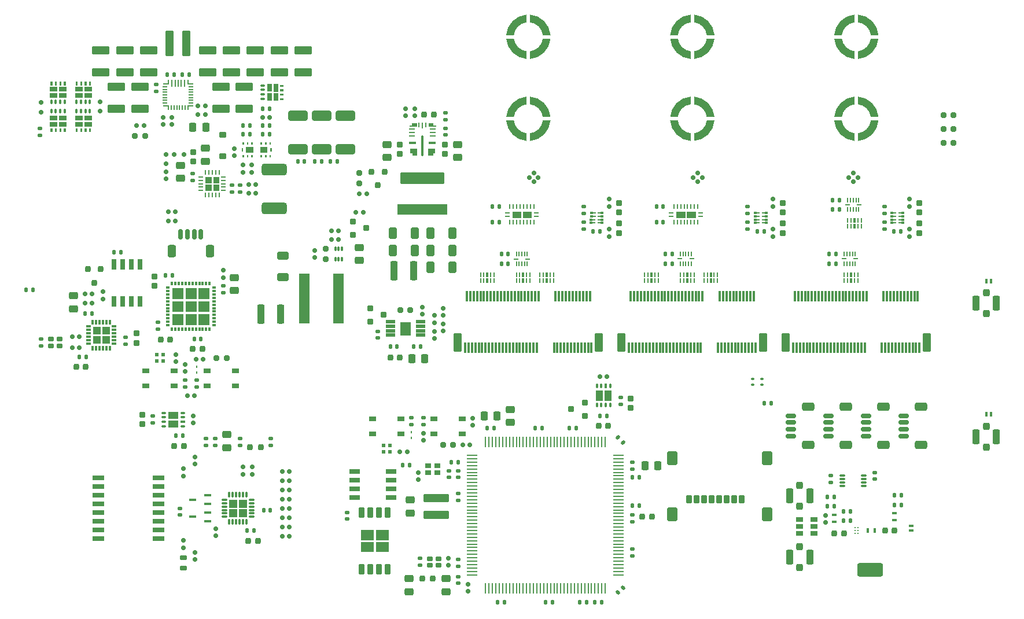
<source format=gbr>
%TF.GenerationSoftware,KiCad,Pcbnew,9.0.2*%
%TF.CreationDate,2025-05-17T09:42:03-04:00*%
%TF.ProjectId,mainBoard,6d61696e-426f-4617-9264-2e6b69636164,01*%
%TF.SameCoordinates,PX42c1d80PY2faf080*%
%TF.FileFunction,Paste,Top*%
%TF.FilePolarity,Positive*%
%FSLAX46Y46*%
G04 Gerber Fmt 4.6, Leading zero omitted, Abs format (unit mm)*
G04 Created by KiCad (PCBNEW 9.0.2) date 2025-05-17 09:42:03*
%MOMM*%
%LPD*%
G01*
G04 APERTURE LIST*
G04 Aperture macros list*
%AMRoundRect*
0 Rectangle with rounded corners*
0 $1 Rounding radius*
0 $2 $3 $4 $5 $6 $7 $8 $9 X,Y pos of 4 corners*
0 Add a 4 corners polygon primitive as box body*
4,1,4,$2,$3,$4,$5,$6,$7,$8,$9,$2,$3,0*
0 Add four circle primitives for the rounded corners*
1,1,$1+$1,$2,$3*
1,1,$1+$1,$4,$5*
1,1,$1+$1,$6,$7*
1,1,$1+$1,$8,$9*
0 Add four rect primitives between the rounded corners*
20,1,$1+$1,$2,$3,$4,$5,0*
20,1,$1+$1,$4,$5,$6,$7,0*
20,1,$1+$1,$6,$7,$8,$9,0*
20,1,$1+$1,$8,$9,$2,$3,0*%
%AMFreePoly0*
4,1,27,0.419134,0.596194,0.435355,0.585355,0.446194,0.569134,0.450000,0.550000,0.450000,-0.050000,0.446194,-0.069134,0.435355,-0.085355,0.419134,-0.096194,0.400000,-0.100000,-0.400000,-0.100000,-0.419134,-0.096194,-0.435355,-0.085355,-0.446194,-0.069134,-0.450000,-0.050000,-0.450000,0.050000,-0.446194,0.069134,-0.435355,0.085355,-0.419134,0.096194,-0.400000,0.100000,0.250000,0.100000,
0.250000,0.550000,0.253806,0.569134,0.264645,0.585355,0.280866,0.596194,0.300000,0.600000,0.400000,0.600000,0.419134,0.596194,0.419134,0.596194,$1*%
%AMFreePoly1*
4,1,27,0.419134,0.096194,0.435355,0.085355,0.446194,0.069134,0.450000,0.050000,0.450000,-0.550000,0.446194,-0.569134,0.435355,-0.585355,0.419134,-0.596194,0.400000,-0.600000,0.300000,-0.600000,0.280866,-0.596194,0.264645,-0.585355,0.253806,-0.569134,0.250000,-0.550000,0.250000,-0.100000,-0.400000,-0.100000,-0.419134,-0.096194,-0.435355,-0.085355,-0.446194,-0.069134,-0.450000,-0.050000,
-0.450000,0.050000,-0.446194,0.069134,-0.435355,0.085355,-0.419134,0.096194,-0.400000,0.100000,0.400000,0.100000,0.419134,0.096194,0.419134,0.096194,$1*%
%AMFreePoly2*
4,1,27,0.419134,0.096194,0.435355,0.085355,0.446194,0.069134,0.450000,0.050000,0.450000,-0.050000,0.446194,-0.069134,0.435355,-0.085355,0.419134,-0.096194,0.400000,-0.100000,-0.250000,-0.100000,-0.250000,-0.550000,-0.253806,-0.569134,-0.264645,-0.585355,-0.280866,-0.596194,-0.300000,-0.600000,-0.400000,-0.600000,-0.419134,-0.596194,-0.435355,-0.585355,-0.446194,-0.569134,-0.450000,-0.550000,
-0.450000,0.050000,-0.446194,0.069134,-0.435355,0.085355,-0.419134,0.096194,-0.400000,0.100000,0.400000,0.100000,0.419134,0.096194,0.419134,0.096194,$1*%
%AMFreePoly3*
4,1,27,-0.280866,0.596194,-0.264645,0.585355,-0.253806,0.569134,-0.250000,0.550000,-0.250000,0.100000,0.400000,0.100000,0.419134,0.096194,0.435355,0.085355,0.446194,0.069134,0.450000,0.050000,0.450000,-0.050000,0.446194,-0.069134,0.435355,-0.085355,0.419134,-0.096194,0.400000,-0.100000,-0.400000,-0.100000,-0.419134,-0.096194,-0.435355,-0.085355,-0.446194,-0.069134,-0.450000,-0.050000,
-0.450000,0.550000,-0.446194,0.569134,-0.435355,0.585355,-0.419134,0.596194,-0.400000,0.600000,-0.300000,0.600000,-0.280866,0.596194,-0.280866,0.596194,$1*%
%AMFreePoly4*
4,1,27,-0.025000,0.110000,0.392000,0.110000,0.404629,0.107488,0.415335,0.100335,0.422488,0.089629,0.425000,0.077000,0.425000,-0.077000,0.422488,-0.089629,0.415335,-0.100335,0.404629,-0.107488,0.392000,-0.110000,-0.025000,-0.110000,-0.025000,-0.150000,-0.385000,-0.150000,-0.388045,-0.146955,-0.400307,-0.146955,-0.421955,-0.125307,-0.421955,-0.113045,-0.425000,-0.110000,-0.425000,0.110000,
-0.421955,0.113045,-0.421955,0.125307,-0.400307,0.146955,-0.388045,0.146955,-0.385000,0.150000,-0.025000,0.150000,-0.025000,0.110000,-0.025000,0.110000,$1*%
G04 Aperture macros list end*
%ADD10C,0.100000*%
%ADD11C,0.000000*%
%ADD12RoundRect,0.050000X0.050000X0.250000X-0.050000X0.250000X-0.050000X-0.250000X0.050000X-0.250000X0*%
%ADD13RoundRect,0.050000X0.150000X0.250000X-0.150000X0.250000X-0.150000X-0.250000X0.150000X-0.250000X0*%
%ADD14RoundRect,0.275000X0.375000X-0.275000X0.375000X0.275000X-0.375000X0.275000X-0.375000X-0.275000X0*%
%ADD15RoundRect,0.150000X0.150000X0.150000X-0.150000X0.150000X-0.150000X-0.150000X0.150000X-0.150000X0*%
%ADD16RoundRect,0.250000X0.350000X0.650000X-0.350000X0.650000X-0.350000X-0.650000X0.350000X-0.650000X0*%
%ADD17RoundRect,0.150000X0.150000X0.625000X-0.150000X0.625000X-0.150000X-0.625000X0.150000X-0.625000X0*%
%ADD18RoundRect,0.050000X0.100000X-0.225000X0.100000X0.225000X-0.100000X0.225000X-0.100000X-0.225000X0*%
%ADD19RoundRect,0.050000X0.225000X0.100000X-0.225000X0.100000X-0.225000X-0.100000X0.225000X-0.100000X0*%
%ADD20RoundRect,0.050000X-0.100000X0.225000X-0.100000X-0.225000X0.100000X-0.225000X0.100000X0.225000X0*%
%ADD21RoundRect,0.050000X-0.225000X-0.100000X0.225000X-0.100000X0.225000X0.100000X-0.225000X0.100000X0*%
%ADD22RoundRect,0.125000X0.125000X0.175000X-0.125000X0.175000X-0.125000X-0.175000X0.125000X-0.175000X0*%
%ADD23RoundRect,0.150000X-0.150000X0.150000X-0.150000X-0.150000X0.150000X-0.150000X0.150000X0.150000X0*%
%ADD24RoundRect,0.125000X-0.035355X0.212132X-0.212132X0.035355X0.035355X-0.212132X0.212132X-0.035355X0*%
%ADD25RoundRect,0.150000X-0.150000X-0.150000X0.150000X-0.150000X0.150000X0.150000X-0.150000X0.150000X0*%
%ADD26FreePoly0,0.000000*%
%ADD27RoundRect,0.050000X-0.250000X-0.050000X0.250000X-0.050000X0.250000X0.050000X-0.250000X0.050000X0*%
%ADD28FreePoly1,0.000000*%
%ADD29RoundRect,0.050000X0.050000X-0.250000X0.050000X0.250000X-0.050000X0.250000X-0.050000X-0.250000X0*%
%ADD30FreePoly2,0.000000*%
%ADD31RoundRect,0.050000X0.300000X0.050000X-0.300000X0.050000X-0.300000X-0.050000X0.300000X-0.050000X0*%
%ADD32RoundRect,0.050000X0.275000X0.050000X-0.275000X0.050000X-0.275000X-0.050000X0.275000X-0.050000X0*%
%ADD33RoundRect,0.050000X0.290000X0.050000X-0.290000X0.050000X-0.290000X-0.050000X0.290000X-0.050000X0*%
%ADD34RoundRect,0.050000X0.250000X0.050000X-0.250000X0.050000X-0.250000X-0.050000X0.250000X-0.050000X0*%
%ADD35FreePoly3,0.000000*%
%ADD36RoundRect,0.050000X-0.050000X0.450000X-0.050000X-0.450000X0.050000X-0.450000X0.050000X0.450000X0*%
%ADD37RoundRect,0.050000X-0.050000X0.425000X-0.050000X-0.425000X0.050000X-0.425000X0.050000X0.425000X0*%
%ADD38RoundRect,0.200000X0.200000X0.250000X-0.200000X0.250000X-0.200000X-0.250000X0.200000X-0.250000X0*%
%ADD39RoundRect,0.214286X1.085714X-0.385714X1.085714X0.385714X-1.085714X0.385714X-1.085714X-0.385714X0*%
%ADD40RoundRect,0.150000X0.000000X-0.212132X0.212132X0.000000X0.000000X0.212132X-0.212132X0.000000X0*%
%ADD41RoundRect,0.125000X0.175000X-0.125000X0.175000X0.125000X-0.175000X0.125000X-0.175000X-0.125000X0*%
%ADD42RoundRect,0.050000X-0.250000X-0.075000X0.250000X-0.075000X0.250000X0.075000X-0.250000X0.075000X0*%
%ADD43RoundRect,0.050000X0.075000X-0.250000X0.075000X0.250000X-0.075000X0.250000X-0.075000X-0.250000X0*%
%ADD44RoundRect,0.050000X0.250000X0.075000X-0.250000X0.075000X-0.250000X-0.075000X0.250000X-0.075000X0*%
%ADD45RoundRect,0.050000X-0.075000X0.250000X-0.075000X-0.250000X0.075000X-0.250000X0.075000X0.250000X0*%
%ADD46RoundRect,0.125000X-0.175000X0.125000X-0.175000X-0.125000X0.175000X-0.125000X0.175000X0.125000X0*%
%ADD47RoundRect,0.150000X0.150000X-0.150000X0.150000X0.150000X-0.150000X0.150000X-0.150000X-0.150000X0*%
%ADD48RoundRect,0.200000X-0.250000X0.200000X-0.250000X-0.200000X0.250000X-0.200000X0.250000X0.200000X0*%
%ADD49RoundRect,0.125000X-0.125000X-0.175000X0.125000X-0.175000X0.125000X0.175000X-0.125000X0.175000X0*%
%ADD50RoundRect,0.200000X-0.200000X-0.250000X0.200000X-0.250000X0.200000X0.250000X-0.200000X0.250000X0*%
%ADD51RoundRect,0.250000X-1.150000X0.475000X-1.150000X-0.475000X1.150000X-0.475000X1.150000X0.475000X0*%
%ADD52RoundRect,0.250000X-0.250000X-0.275000X0.250000X-0.275000X0.250000X0.275000X-0.250000X0.275000X0*%
%ADD53RoundRect,0.262500X-0.262500X-0.837500X0.262500X-0.837500X0.262500X0.837500X-0.262500X0.837500X0*%
%ADD54RoundRect,0.275000X-0.275000X-0.375000X0.275000X-0.375000X0.275000X0.375000X-0.275000X0.375000X0*%
%ADD55RoundRect,0.150000X0.150000X0.200000X-0.150000X0.200000X-0.150000X-0.200000X0.150000X-0.200000X0*%
%ADD56RoundRect,0.200000X0.250000X-0.200000X0.250000X0.200000X-0.250000X0.200000X-0.250000X-0.200000X0*%
%ADD57FreePoly4,180.000000*%
%ADD58FreePoly4,0.000000*%
%ADD59RoundRect,0.050000X0.050000X-0.300000X0.050000X0.300000X-0.050000X0.300000X-0.050000X-0.300000X0*%
%ADD60RoundRect,0.050000X-0.050000X0.300000X-0.050000X-0.300000X0.050000X-0.300000X0.050000X0.300000X0*%
%ADD61RoundRect,0.050000X-0.300000X-0.050000X0.300000X-0.050000X0.300000X0.050000X-0.300000X0.050000X0*%
%ADD62RoundRect,0.102500X0.102500X0.227500X-0.102500X0.227500X-0.102500X-0.227500X0.102500X-0.227500X0*%
%ADD63RoundRect,0.050000X-0.725000X-0.250000X0.725000X-0.250000X0.725000X0.250000X-0.725000X0.250000X0*%
%ADD64RoundRect,0.050000X0.250000X-0.725000X0.250000X0.725000X-0.250000X0.725000X-0.250000X-0.725000X0*%
%ADD65RoundRect,0.250000X-0.300000X-1.150000X0.300000X-1.150000X0.300000X1.150000X-0.300000X1.150000X0*%
%ADD66RoundRect,0.275000X-0.275000X-1.125000X0.275000X-1.125000X0.275000X1.125000X-0.275000X1.125000X0*%
%ADD67RoundRect,0.275000X0.275000X0.375000X-0.275000X0.375000X-0.275000X-0.375000X0.275000X-0.375000X0*%
%ADD68RoundRect,0.300000X-0.300000X-0.550000X0.300000X-0.550000X0.300000X0.550000X-0.300000X0.550000X0*%
%ADD69RoundRect,0.200000X-0.200000X-0.200000X0.200000X-0.200000X0.200000X0.200000X-0.200000X0.200000X0*%
%ADD70RoundRect,0.050000X-0.250000X-0.105000X0.250000X-0.105000X0.250000X0.105000X-0.250000X0.105000X0*%
%ADD71RoundRect,0.022435X-0.277565X-0.132565X0.277565X-0.132565X0.277565X0.132565X-0.277565X0.132565X0*%
%ADD72RoundRect,0.214286X-1.085714X0.385714X-1.085714X-0.385714X1.085714X-0.385714X1.085714X0.385714X0*%
%ADD73RoundRect,0.250000X0.350000X-1.650000X0.350000X1.650000X-0.350000X1.650000X-0.350000X-1.650000X0*%
%ADD74RoundRect,0.275000X-0.375000X0.275000X-0.375000X-0.275000X0.375000X-0.275000X0.375000X0.275000X0*%
%ADD75RoundRect,0.050000X-0.337500X-0.287500X0.337500X-0.287500X0.337500X0.287500X-0.337500X0.287500X0*%
%ADD76RoundRect,0.187500X-0.312500X0.187500X-0.312500X-0.187500X0.312500X-0.187500X0.312500X0.187500X0*%
%ADD77RoundRect,0.300000X-1.575000X-0.700000X1.575000X-0.700000X1.575000X0.700000X-1.575000X0.700000X0*%
%ADD78RoundRect,0.050000X0.475000X0.275000X-0.475000X0.275000X-0.475000X-0.275000X0.475000X-0.275000X0*%
%ADD79RoundRect,0.050000X-0.475000X-0.275000X0.475000X-0.275000X0.475000X0.275000X-0.475000X0.275000X0*%
%ADD80RoundRect,0.050000X0.225000X-0.225000X0.225000X0.225000X-0.225000X0.225000X-0.225000X-0.225000X0*%
%ADD81RoundRect,0.114000X-0.736000X-0.266000X0.736000X-0.266000X0.736000X0.266000X-0.736000X0.266000X0*%
%ADD82RoundRect,0.250000X0.350000X1.125000X-0.350000X1.125000X-0.350000X-1.125000X0.350000X-1.125000X0*%
%ADD83RoundRect,0.075000X0.075000X0.700000X-0.075000X0.700000X-0.075000X-0.700000X0.075000X-0.700000X0*%
%ADD84RoundRect,0.050000X0.100000X-0.300000X0.100000X0.300000X-0.100000X0.300000X-0.100000X-0.300000X0*%
%ADD85RoundRect,0.050000X0.300000X0.100000X-0.300000X0.100000X-0.300000X-0.100000X0.300000X-0.100000X0*%
%ADD86RoundRect,0.050000X-0.100000X0.300000X-0.100000X-0.300000X0.100000X-0.300000X0.100000X0.300000X0*%
%ADD87RoundRect,0.050000X-0.300000X-0.100000X0.300000X-0.100000X0.300000X0.100000X-0.300000X0.100000X0*%
%ADD88RoundRect,0.050000X-0.075000X0.130000X-0.075000X-0.130000X0.075000X-0.130000X0.075000X0.130000X0*%
%ADD89RoundRect,0.050000X0.686600X-0.064300X0.686600X0.064300X-0.686600X0.064300X-0.686600X-0.064300X0*%
%ADD90RoundRect,0.050000X-0.064300X-0.686600X0.064300X-0.686600X0.064300X0.686600X-0.064300X0.686600X0*%
%ADD91RoundRect,0.102500X-0.227500X0.102500X-0.227500X-0.102500X0.227500X-0.102500X0.227500X0.102500X0*%
%ADD92RoundRect,0.050000X0.075000X-0.130000X0.075000X0.130000X-0.075000X0.130000X-0.075000X-0.130000X0*%
%ADD93RoundRect,0.050000X-0.100000X0.250000X-0.100000X-0.250000X0.100000X-0.250000X0.100000X0.250000X0*%
%ADD94RoundRect,0.200000X0.200000X0.200000X-0.200000X0.200000X-0.200000X-0.200000X0.200000X-0.200000X0*%
%ADD95RoundRect,0.200000X0.200000X-0.200000X0.200000X0.200000X-0.200000X0.200000X-0.200000X-0.200000X0*%
%ADD96RoundRect,0.050000X0.100000X-0.250000X0.100000X0.250000X-0.100000X0.250000X-0.100000X-0.250000X0*%
%ADD97RoundRect,0.250000X-0.650000X0.350000X-0.650000X-0.350000X0.650000X-0.350000X0.650000X0.350000X0*%
%ADD98RoundRect,0.150000X-0.625000X0.150000X-0.625000X-0.150000X0.625000X-0.150000X0.625000X0.150000X0*%
%ADD99RoundRect,0.060000X0.415000X0.140000X-0.415000X0.140000X-0.415000X-0.140000X0.415000X-0.140000X0*%
%ADD100RoundRect,0.050000X0.487500X0.150000X-0.487500X0.150000X-0.487500X-0.150000X0.487500X-0.150000X0*%
%ADD101RoundRect,0.050000X0.362500X0.075000X-0.362500X0.075000X-0.362500X-0.075000X0.362500X-0.075000X0*%
%ADD102RoundRect,0.050000X-0.075000X0.287500X-0.075000X-0.287500X0.075000X-0.287500X0.075000X0.287500X0*%
%ADD103RoundRect,0.050000X-0.075000X0.362500X-0.075000X-0.362500X0.075000X-0.362500X0.075000X0.362500X0*%
%ADD104RoundRect,0.050000X-0.125000X1.437500X-0.125000X-1.437500X0.125000X-1.437500X0.125000X1.437500X0*%
%ADD105RoundRect,0.250000X0.250000X0.275000X-0.250000X0.275000X-0.250000X-0.275000X0.250000X-0.275000X0*%
%ADD106RoundRect,0.262500X0.262500X0.837500X-0.262500X0.837500X-0.262500X-0.837500X0.262500X-0.837500X0*%
%ADD107RoundRect,0.330000X1.510000X-0.495000X1.510000X0.495000X-1.510000X0.495000X-1.510000X-0.495000X0*%
%ADD108RoundRect,0.050000X-0.375000X-0.100000X0.375000X-0.100000X0.375000X0.100000X-0.375000X0.100000X0*%
%ADD109RoundRect,0.050000X-0.075000X-0.075000X0.075000X-0.075000X0.075000X0.075000X-0.075000X0.075000X0*%
%ADD110RoundRect,0.050000X0.350000X-0.700000X0.350000X0.700000X-0.350000X0.700000X-0.350000X-0.700000X0*%
%ADD111RoundRect,0.250000X-3.000000X-0.600000X3.000000X-0.600000X3.000000X0.600000X-3.000000X0.600000X0*%
%ADD112RoundRect,0.250000X-3.425000X-0.550000X3.425000X-0.550000X3.425000X0.550000X-3.425000X0.550000X0*%
%ADD113RoundRect,0.250000X-0.550000X3.425000X-0.550000X-3.425000X0.550000X-3.425000X0.550000X3.425000X0*%
%ADD114RoundRect,0.300000X0.300000X0.550000X-0.300000X0.550000X-0.300000X-0.550000X0.300000X-0.550000X0*%
%ADD115RoundRect,0.150000X0.325000X-0.300000X0.325000X0.300000X-0.325000X0.300000X-0.325000X-0.300000X0*%
%ADD116RoundRect,0.050000X0.100000X-0.350000X0.100000X0.350000X-0.100000X0.350000X-0.100000X-0.350000X0*%
%ADD117RoundRect,0.050000X0.350000X0.100000X-0.350000X0.100000X-0.350000X-0.100000X0.350000X-0.100000X0*%
%ADD118RoundRect,0.050000X0.650000X0.175000X-0.650000X0.175000X-0.650000X-0.175000X0.650000X-0.175000X0*%
%ADD119RoundRect,0.125000X-0.212132X-0.035355X-0.035355X-0.212132X0.212132X0.035355X0.035355X0.212132X0*%
%ADD120RoundRect,0.050000X0.150000X0.300000X-0.150000X0.300000X-0.150000X-0.300000X0.150000X-0.300000X0*%
%ADD121RoundRect,0.050000X0.225000X0.225000X-0.225000X0.225000X-0.225000X-0.225000X0.225000X-0.225000X0*%
%ADD122RoundRect,0.050000X0.350000X0.300000X-0.350000X0.300000X-0.350000X-0.300000X0.350000X-0.300000X0*%
%ADD123RoundRect,0.050000X-0.200000X-0.100000X0.200000X-0.100000X0.200000X0.100000X-0.200000X0.100000X0*%
%ADD124RoundRect,0.050000X-0.070000X0.250000X-0.070000X-0.250000X0.070000X-0.250000X0.070000X0.250000X0*%
%ADD125RoundRect,0.050000X0.250000X0.070000X-0.250000X0.070000X-0.250000X-0.070000X0.250000X-0.070000X0*%
%ADD126RoundRect,0.250000X1.650000X0.350000X-1.650000X0.350000X-1.650000X-0.350000X1.650000X-0.350000X0*%
%ADD127RoundRect,0.150000X-0.200000X0.150000X-0.200000X-0.150000X0.200000X-0.150000X0.200000X0.150000X0*%
%ADD128RoundRect,0.300000X0.550000X-0.300000X0.550000X0.300000X-0.550000X0.300000X-0.550000X-0.300000X0*%
%ADD129RoundRect,0.050000X0.485000X0.255000X-0.485000X0.255000X-0.485000X-0.255000X0.485000X-0.255000X0*%
%ADD130RoundRect,0.050000X-0.300000X0.150000X-0.300000X-0.150000X0.300000X-0.150000X0.300000X0.150000X0*%
%ADD131RoundRect,0.150000X0.200000X-0.150000X0.200000X0.150000X-0.200000X0.150000X-0.200000X-0.150000X0*%
%ADD132RoundRect,0.075000X0.075000X-0.260000X0.075000X0.260000X-0.075000X0.260000X-0.075000X-0.260000X0*%
%ADD133RoundRect,0.120000X-0.280000X-0.480000X0.280000X-0.480000X0.280000X0.480000X-0.280000X0.480000X0*%
%ADD134RoundRect,0.250000X-0.500000X-0.750000X0.500000X-0.750000X0.500000X0.750000X-0.500000X0.750000X0*%
%ADD135RoundRect,0.050000X0.105000X-0.250000X0.105000X0.250000X-0.105000X0.250000X-0.105000X-0.250000X0*%
%ADD136RoundRect,0.022435X0.132565X-0.277565X0.132565X0.277565X-0.132565X0.277565X-0.132565X-0.277565X0*%
%ADD137RoundRect,0.050000X-0.250000X-0.100000X0.250000X-0.100000X0.250000X0.100000X-0.250000X0.100000X0*%
G04 APERTURE END LIST*
%TO.C,U22*%
D10*
X35450000Y-48300000D02*
X36950000Y-48300000D01*
X36950000Y-46800000D01*
X35450000Y-46800000D01*
X35450000Y-48300000D01*
G36*
X35450000Y-48300000D02*
G01*
X36950000Y-48300000D01*
X36950000Y-46800000D01*
X35450000Y-46800000D01*
X35450000Y-48300000D01*
G37*
X35450000Y-50200000D02*
X36950000Y-50200000D01*
X36950000Y-48700000D01*
X35450000Y-48700000D01*
X35450000Y-50200000D01*
G36*
X35450000Y-50200000D02*
G01*
X36950000Y-50200000D01*
X36950000Y-48700000D01*
X35450000Y-48700000D01*
X35450000Y-50200000D01*
G37*
X35450000Y-52100000D02*
X36950000Y-52100000D01*
X36950000Y-50600000D01*
X35450000Y-50600000D01*
X35450000Y-52100000D01*
G36*
X35450000Y-52100000D02*
G01*
X36950000Y-52100000D01*
X36950000Y-50600000D01*
X35450000Y-50600000D01*
X35450000Y-52100000D01*
G37*
X37350000Y-48300000D02*
X38850000Y-48300000D01*
X38850000Y-46800000D01*
X37350000Y-46800000D01*
X37350000Y-48300000D01*
G36*
X37350000Y-48300000D02*
G01*
X38850000Y-48300000D01*
X38850000Y-46800000D01*
X37350000Y-46800000D01*
X37350000Y-48300000D01*
G37*
X37350000Y-50200000D02*
X38850000Y-50200000D01*
X38850000Y-48700000D01*
X37350000Y-48700000D01*
X37350000Y-50200000D01*
G36*
X37350000Y-50200000D02*
G01*
X38850000Y-50200000D01*
X38850000Y-48700000D01*
X37350000Y-48700000D01*
X37350000Y-50200000D01*
G37*
X37350000Y-52100000D02*
X38850000Y-52100000D01*
X38850000Y-50600000D01*
X37350000Y-50600000D01*
X37350000Y-52100000D01*
G36*
X37350000Y-52100000D02*
G01*
X38850000Y-52100000D01*
X38850000Y-50600000D01*
X37350000Y-50600000D01*
X37350000Y-52100000D01*
G37*
X39250000Y-48300000D02*
X40750000Y-48300000D01*
X40750000Y-46800000D01*
X39250000Y-46800000D01*
X39250000Y-48300000D01*
G36*
X39250000Y-48300000D02*
G01*
X40750000Y-48300000D01*
X40750000Y-46800000D01*
X39250000Y-46800000D01*
X39250000Y-48300000D01*
G37*
X39250000Y-50200000D02*
X40750000Y-50200000D01*
X40750000Y-48700000D01*
X39250000Y-48700000D01*
X39250000Y-50200000D01*
G36*
X39250000Y-50200000D02*
G01*
X40750000Y-50200000D01*
X40750000Y-48700000D01*
X39250000Y-48700000D01*
X39250000Y-50200000D01*
G37*
X39250000Y-52100000D02*
X40750000Y-52100000D01*
X40750000Y-50600000D01*
X39250000Y-50600000D01*
X39250000Y-52100000D01*
G36*
X39250000Y-52100000D02*
G01*
X40750000Y-52100000D01*
X40750000Y-50600000D01*
X39250000Y-50600000D01*
X39250000Y-52100000D01*
G37*
D11*
%TO.C,J15*%
G36*
X135250000Y-7880278D02*
G01*
X135250000Y-7880278D01*
G75*
G03*
X133380278Y-9750000I250000J-2119722D01*
G01*
X132250000Y-9750000D01*
G75*
G02*
X135250000Y-6750000I3250000J-250000D01*
G01*
X135250000Y-7880278D01*
G37*
G36*
X133380278Y-10250000D02*
G01*
X133380278Y-10250000D01*
G75*
G03*
X135250000Y-12119722I2119722J250000D01*
G01*
X135250000Y-13250000D01*
G75*
G02*
X132250000Y-10250000I250000J3250000D01*
G01*
X133380278Y-10250000D01*
G37*
G36*
X138750000Y-10250000D02*
G01*
X138750000Y-10250000D01*
G75*
G02*
X135750000Y-13250000I-3250000J250000D01*
G01*
X135750000Y-12119722D01*
G75*
G03*
X137619722Y-10250000I-250000J2119722D01*
G01*
X138750000Y-10250000D01*
G37*
G36*
X135750000Y-6750000D02*
G01*
X135750000Y-6750000D01*
G75*
G02*
X138750000Y-9750000I-250000J-3250000D01*
G01*
X137619722Y-9750000D01*
G75*
G03*
X135750000Y-7880278I-2119722J-250000D01*
G01*
X135750000Y-6750000D01*
G37*
%TO.C,J27*%
G36*
X87250000Y-7880278D02*
G01*
X87250000Y-7880278D01*
G75*
G03*
X85380278Y-9750000I250000J-2119722D01*
G01*
X84250000Y-9750000D01*
G75*
G02*
X87250000Y-6750000I3250000J-250000D01*
G01*
X87250000Y-7880278D01*
G37*
G36*
X85380278Y-10250000D02*
G01*
X85380278Y-10250000D01*
G75*
G03*
X87250000Y-12119722I2119722J250000D01*
G01*
X87250000Y-13250000D01*
G75*
G02*
X84250000Y-10250000I250000J3250000D01*
G01*
X85380278Y-10250000D01*
G37*
G36*
X90750000Y-10250000D02*
G01*
X90750000Y-10250000D01*
G75*
G02*
X87750000Y-13250000I-3250000J250000D01*
G01*
X87750000Y-12119722D01*
G75*
G03*
X89619722Y-10250000I-250000J2119722D01*
G01*
X90750000Y-10250000D01*
G37*
G36*
X87750000Y-6750000D02*
G01*
X87750000Y-6750000D01*
G75*
G02*
X90750000Y-9750000I-250000J-3250000D01*
G01*
X89619722Y-9750000D01*
G75*
G03*
X87750000Y-7880278I-2119722J-250000D01*
G01*
X87750000Y-6750000D01*
G37*
%TO.C,U13*%
D10*
X109185000Y-36425000D02*
X110395000Y-36425000D01*
X110395000Y-35575000D01*
X109185000Y-35575000D01*
X109185000Y-36425000D01*
G36*
X109185000Y-36425000D02*
G01*
X110395000Y-36425000D01*
X110395000Y-35575000D01*
X109185000Y-35575000D01*
X109185000Y-36425000D01*
G37*
X110705000Y-36425000D02*
X111915000Y-36425000D01*
X111915000Y-35575000D01*
X110705000Y-35575000D01*
X110705000Y-36425000D01*
G36*
X110705000Y-36425000D02*
G01*
X111915000Y-36425000D01*
X111915000Y-35575000D01*
X110705000Y-35575000D01*
X110705000Y-36425000D01*
G37*
D11*
%TO.C,J22*%
G36*
X109380278Y-22250000D02*
G01*
X109380278Y-22250000D01*
G75*
G03*
X111250000Y-24119722I2119722J250000D01*
G01*
X111250000Y-25250000D01*
G75*
G02*
X108250000Y-22250000I250000J3250000D01*
G01*
X109380278Y-22250000D01*
G37*
G36*
X111250000Y-19880278D02*
G01*
X111250000Y-19880278D01*
G75*
G03*
X109380278Y-21750000I250000J-2119722D01*
G01*
X108250000Y-21750000D01*
G75*
G02*
X111250000Y-18750000I3250000J-250000D01*
G01*
X111250000Y-19880278D01*
G37*
G36*
X111750000Y-18750000D02*
G01*
X111750000Y-18750000D01*
G75*
G02*
X114750000Y-21750000I-250000J-3250000D01*
G01*
X113619722Y-21750000D01*
G75*
G03*
X111750000Y-19880278I-2119722J-250000D01*
G01*
X111750000Y-18750000D01*
G37*
G36*
X114750000Y-22250000D02*
G01*
X114750000Y-22250000D01*
G75*
G02*
X111750000Y-25250000I-3250000J250000D01*
G01*
X111750000Y-24119722D01*
G75*
G03*
X113619722Y-22250000I-250000J2119722D01*
G01*
X114750000Y-22250000D01*
G37*
%TO.C,U8*%
D10*
X34795000Y-64890000D02*
X36205000Y-64890000D01*
X36205000Y-65850000D01*
X34795000Y-65850000D01*
X34795000Y-64890000D01*
G36*
X34795000Y-64890000D02*
G01*
X36205000Y-64890000D01*
X36205000Y-65850000D01*
X34795000Y-65850000D01*
X34795000Y-64890000D01*
G37*
X34795000Y-66150000D02*
X36205000Y-66150000D01*
X36205000Y-67110000D01*
X34795000Y-67110000D01*
X34795000Y-66150000D01*
G36*
X34795000Y-66150000D02*
G01*
X36205000Y-66150000D01*
X36205000Y-67110000D01*
X34795000Y-67110000D01*
X34795000Y-66150000D01*
G37*
D11*
%TO.C,J28*%
G36*
X87250000Y-19880278D02*
G01*
X87250000Y-19880278D01*
G75*
G03*
X85380278Y-21750000I250000J-2119722D01*
G01*
X84250000Y-21750000D01*
G75*
G02*
X87250000Y-18750000I3250000J-250000D01*
G01*
X87250000Y-19880278D01*
G37*
G36*
X85380278Y-22250000D02*
G01*
X85380278Y-22250000D01*
G75*
G03*
X87250000Y-24119722I2119722J250000D01*
G01*
X87250000Y-25250000D01*
G75*
G02*
X84250000Y-22250000I250000J3250000D01*
G01*
X85380278Y-22250000D01*
G37*
G36*
X90750000Y-22250000D02*
G01*
X90750000Y-22250000D01*
G75*
G02*
X87750000Y-25250000I-3250000J250000D01*
G01*
X87750000Y-24119722D01*
G75*
G03*
X89619722Y-22250000I-250000J2119722D01*
G01*
X90750000Y-22250000D01*
G37*
G36*
X87750000Y-18750000D02*
G01*
X87750000Y-18750000D01*
G75*
G02*
X90750000Y-21750000I-250000J-3250000D01*
G01*
X89619722Y-21750000D01*
G75*
G03*
X87750000Y-19880278I-2119722J-250000D01*
G01*
X87750000Y-18750000D01*
G37*
%TO.C,J21*%
G36*
X109380278Y-10250000D02*
G01*
X109380278Y-10250000D01*
G75*
G03*
X111250000Y-12119722I2119722J250000D01*
G01*
X111250000Y-13250000D01*
G75*
G02*
X108250000Y-10250000I250000J3250000D01*
G01*
X109380278Y-10250000D01*
G37*
G36*
X111250000Y-7880278D02*
G01*
X111250000Y-7880278D01*
G75*
G03*
X109380278Y-9750000I250000J-2119722D01*
G01*
X108250000Y-9750000D01*
G75*
G02*
X111250000Y-6750000I3250000J-250000D01*
G01*
X111250000Y-7880278D01*
G37*
G36*
X111750000Y-6750000D02*
G01*
X111750000Y-6750000D01*
G75*
G02*
X114750000Y-9750000I-250000J-3250000D01*
G01*
X113619722Y-9750000D01*
G75*
G03*
X111750000Y-7880278I-2119722J-250000D01*
G01*
X111750000Y-6750000D01*
G37*
G36*
X114750000Y-10250000D02*
G01*
X114750000Y-10250000D01*
G75*
G02*
X111750000Y-13250000I-3250000J250000D01*
G01*
X111750000Y-12119722D01*
G75*
G03*
X113619722Y-10250000I-250000J2119722D01*
G01*
X114750000Y-10250000D01*
G37*
%TO.C,U4*%
D10*
X23800000Y-53475000D02*
X24825000Y-53475000D01*
X24825000Y-52450000D01*
X23800000Y-52450000D01*
X23800000Y-53475000D01*
G36*
X23800000Y-53475000D02*
G01*
X24825000Y-53475000D01*
X24825000Y-52450000D01*
X23800000Y-52450000D01*
X23800000Y-53475000D01*
G37*
X23800000Y-54850000D02*
X24825000Y-54850000D01*
X24825000Y-53825000D01*
X23800000Y-53825000D01*
X23800000Y-54850000D01*
G36*
X23800000Y-54850000D02*
G01*
X24825000Y-54850000D01*
X24825000Y-53825000D01*
X23800000Y-53825000D01*
X23800000Y-54850000D01*
G37*
X25175000Y-53475000D02*
X26200000Y-53475000D01*
X26200000Y-52450000D01*
X25175000Y-52450000D01*
X25175000Y-53475000D01*
G36*
X25175000Y-53475000D02*
G01*
X26200000Y-53475000D01*
X26200000Y-52450000D01*
X25175000Y-52450000D01*
X25175000Y-53475000D01*
G37*
X25175000Y-54850000D02*
X26200000Y-54850000D01*
X26200000Y-53825000D01*
X25175000Y-53825000D01*
X25175000Y-54850000D01*
G36*
X25175000Y-54850000D02*
G01*
X26200000Y-54850000D01*
X26200000Y-53825000D01*
X25175000Y-53825000D01*
X25175000Y-54850000D01*
G37*
%TO.C,Q5*%
X21475000Y-23372500D02*
X21275000Y-23372500D01*
X21275000Y-23872500D01*
X21475000Y-23872500D01*
X21475000Y-23372500D01*
G36*
X21475000Y-23372500D02*
G01*
X21275000Y-23372500D01*
X21275000Y-23872500D01*
X21475000Y-23872500D01*
X21475000Y-23372500D01*
G37*
X22125000Y-23372500D02*
X21925000Y-23372500D01*
X21925000Y-23872500D01*
X22125000Y-23872500D01*
X22125000Y-23372500D01*
G36*
X22125000Y-23372500D02*
G01*
X21925000Y-23372500D01*
X21925000Y-23872500D01*
X22125000Y-23872500D01*
X22125000Y-23372500D01*
G37*
X22200000Y-21562500D02*
X21175000Y-21562500D01*
X21175000Y-22167500D01*
X22200000Y-22167500D01*
X22200000Y-21562500D01*
G36*
X22200000Y-21562500D02*
G01*
X21175000Y-21562500D01*
X21175000Y-22167500D01*
X22200000Y-22167500D01*
X22200000Y-21562500D01*
G37*
X22200000Y-22467500D02*
X21175000Y-22467500D01*
X21175000Y-23072500D01*
X22200000Y-23072500D01*
X22200000Y-22467500D01*
G36*
X22200000Y-22467500D02*
G01*
X21175000Y-22467500D01*
X21175000Y-23072500D01*
X22200000Y-23072500D01*
X22200000Y-22467500D01*
G37*
X22775000Y-23372500D02*
X22575000Y-23372500D01*
X22575000Y-23872500D01*
X22775000Y-23872500D01*
X22775000Y-23372500D01*
G36*
X22775000Y-23372500D02*
G01*
X22575000Y-23372500D01*
X22575000Y-23872500D01*
X22775000Y-23872500D01*
X22775000Y-23372500D01*
G37*
X23425000Y-23372500D02*
X23225000Y-23372500D01*
X23225000Y-23872500D01*
X23425000Y-23872500D01*
X23425000Y-23372500D01*
G36*
X23425000Y-23372500D02*
G01*
X23225000Y-23372500D01*
X23225000Y-23872500D01*
X23425000Y-23872500D01*
X23425000Y-23372500D01*
G37*
X23525000Y-22467500D02*
X22500000Y-22467500D01*
X22500000Y-23072500D01*
X23525000Y-23072500D01*
X23525000Y-22467500D01*
G36*
X23525000Y-22467500D02*
G01*
X22500000Y-22467500D01*
X22500000Y-23072500D01*
X23525000Y-23072500D01*
X23525000Y-22467500D01*
G37*
X23525500Y-21562500D02*
X22500500Y-21562500D01*
X22500500Y-22167500D01*
X23525500Y-22167500D01*
X23525500Y-21562500D01*
G36*
X23525500Y-21562500D02*
G01*
X22500500Y-21562500D01*
X22500500Y-22167500D01*
X23525500Y-22167500D01*
X23525500Y-21562500D01*
G37*
%TO.C,Q4*%
X17474500Y-18837500D02*
X18499500Y-18837500D01*
X18499500Y-18232500D01*
X17474500Y-18232500D01*
X17474500Y-18837500D01*
G36*
X17474500Y-18837500D02*
G01*
X18499500Y-18837500D01*
X18499500Y-18232500D01*
X17474500Y-18232500D01*
X17474500Y-18837500D01*
G37*
X17475000Y-17932500D02*
X18500000Y-17932500D01*
X18500000Y-17327500D01*
X17475000Y-17327500D01*
X17475000Y-17932500D01*
G36*
X17475000Y-17932500D02*
G01*
X18500000Y-17932500D01*
X18500000Y-17327500D01*
X17475000Y-17327500D01*
X17475000Y-17932500D01*
G37*
X17575000Y-17027500D02*
X17775000Y-17027500D01*
X17775000Y-16527500D01*
X17575000Y-16527500D01*
X17575000Y-17027500D01*
G36*
X17575000Y-17027500D02*
G01*
X17775000Y-17027500D01*
X17775000Y-16527500D01*
X17575000Y-16527500D01*
X17575000Y-17027500D01*
G37*
X18225000Y-17027500D02*
X18425000Y-17027500D01*
X18425000Y-16527500D01*
X18225000Y-16527500D01*
X18225000Y-17027500D01*
G36*
X18225000Y-17027500D02*
G01*
X18425000Y-17027500D01*
X18425000Y-16527500D01*
X18225000Y-16527500D01*
X18225000Y-17027500D01*
G37*
X18800000Y-17932500D02*
X19825000Y-17932500D01*
X19825000Y-17327500D01*
X18800000Y-17327500D01*
X18800000Y-17932500D01*
G36*
X18800000Y-17932500D02*
G01*
X19825000Y-17932500D01*
X19825000Y-17327500D01*
X18800000Y-17327500D01*
X18800000Y-17932500D01*
G37*
X18800000Y-18837500D02*
X19825000Y-18837500D01*
X19825000Y-18232500D01*
X18800000Y-18232500D01*
X18800000Y-18837500D01*
G36*
X18800000Y-18837500D02*
G01*
X19825000Y-18837500D01*
X19825000Y-18232500D01*
X18800000Y-18232500D01*
X18800000Y-18837500D01*
G37*
X18875000Y-17027500D02*
X19075000Y-17027500D01*
X19075000Y-16527500D01*
X18875000Y-16527500D01*
X18875000Y-17027500D01*
G36*
X18875000Y-17027500D02*
G01*
X19075000Y-17027500D01*
X19075000Y-16527500D01*
X18875000Y-16527500D01*
X18875000Y-17027500D01*
G37*
X19525000Y-17027500D02*
X19725000Y-17027500D01*
X19725000Y-16527500D01*
X19525000Y-16527500D01*
X19525000Y-17027500D01*
G36*
X19525000Y-17027500D02*
G01*
X19725000Y-17027500D01*
X19725000Y-16527500D01*
X19525000Y-16527500D01*
X19525000Y-17027500D01*
G37*
%TO.C,U26*%
X70100000Y-23050000D02*
X71100000Y-23050000D01*
X71100000Y-22950000D01*
X70100000Y-22950000D01*
X70100000Y-23050000D01*
G36*
X70100000Y-23050000D02*
G01*
X71100000Y-23050000D01*
X71100000Y-22950000D01*
X70100000Y-22950000D01*
X70100000Y-23050000D01*
G37*
X70210000Y-26990000D02*
X71150000Y-26990000D01*
X71150000Y-26400000D01*
X70210000Y-26400000D01*
X70210000Y-26990000D01*
G36*
X70210000Y-26990000D02*
G01*
X71150000Y-26990000D01*
X71150000Y-26400000D01*
X70210000Y-26400000D01*
X70210000Y-26990000D01*
G37*
X70480000Y-23050000D02*
X71100000Y-23050000D01*
X71100000Y-22650000D01*
X70480000Y-22650000D01*
X70480000Y-23050000D01*
G36*
X70480000Y-23050000D02*
G01*
X71100000Y-23050000D01*
X71100000Y-22650000D01*
X70480000Y-22650000D01*
X70480000Y-23050000D01*
G37*
X70510000Y-27340000D02*
X71150000Y-27340000D01*
X71150000Y-26400000D01*
X70510000Y-26400000D01*
X70510000Y-27340000D01*
G36*
X70510000Y-27340000D02*
G01*
X71150000Y-27340000D01*
X71150000Y-26400000D01*
X70510000Y-26400000D01*
X70510000Y-27340000D01*
G37*
X73490000Y-27340000D02*
X72850000Y-27340000D01*
X72850000Y-26400000D01*
X73490000Y-26400000D01*
X73490000Y-27340000D01*
G36*
X73490000Y-27340000D02*
G01*
X72850000Y-27340000D01*
X72850000Y-26400000D01*
X73490000Y-26400000D01*
X73490000Y-27340000D01*
G37*
X73520000Y-23050000D02*
X72900000Y-23050000D01*
X72900000Y-22650000D01*
X73520000Y-22650000D01*
X73520000Y-23050000D01*
G36*
X73520000Y-23050000D02*
G01*
X72900000Y-23050000D01*
X72900000Y-22650000D01*
X73520000Y-22650000D01*
X73520000Y-23050000D01*
G37*
X73790000Y-26990000D02*
X72850000Y-26990000D01*
X72850000Y-26400000D01*
X73790000Y-26400000D01*
X73790000Y-26990000D01*
G36*
X73790000Y-26990000D02*
G01*
X72850000Y-26990000D01*
X72850000Y-26400000D01*
X73790000Y-26400000D01*
X73790000Y-26990000D01*
G37*
X73900000Y-23050000D02*
X72900000Y-23050000D01*
X72900000Y-22950000D01*
X73900000Y-22950000D01*
X73900000Y-23050000D01*
G36*
X73900000Y-23050000D02*
G01*
X72900000Y-23050000D01*
X72900000Y-22950000D01*
X73900000Y-22950000D01*
X73900000Y-23050000D01*
G37*
%TO.C,U3*%
X63025000Y-83575000D02*
X64825000Y-83575000D01*
X64825000Y-82175000D01*
X63025000Y-82175000D01*
X63025000Y-83575000D01*
G36*
X63025000Y-83575000D02*
G01*
X64825000Y-83575000D01*
X64825000Y-82175000D01*
X63025000Y-82175000D01*
X63025000Y-83575000D01*
G37*
X63025000Y-85325000D02*
X64825000Y-85325000D01*
X64825000Y-83925000D01*
X63025000Y-83925000D01*
X63025000Y-85325000D01*
G36*
X63025000Y-85325000D02*
G01*
X64825000Y-85325000D01*
X64825000Y-83925000D01*
X63025000Y-83925000D01*
X63025000Y-85325000D01*
G37*
X65175000Y-83575000D02*
X66975000Y-83575000D01*
X66975000Y-82175000D01*
X65175000Y-82175000D01*
X65175000Y-83575000D01*
G36*
X65175000Y-83575000D02*
G01*
X66975000Y-83575000D01*
X66975000Y-82175000D01*
X65175000Y-82175000D01*
X65175000Y-83575000D01*
G37*
X65175000Y-85325000D02*
X66975000Y-85325000D01*
X66975000Y-83925000D01*
X65175000Y-83925000D01*
X65175000Y-85325000D01*
G36*
X65175000Y-85325000D02*
G01*
X66975000Y-85325000D01*
X66975000Y-83925000D01*
X65175000Y-83925000D01*
X65175000Y-85325000D01*
G37*
%TO.C,U6*%
X43750000Y-78850000D02*
X44850000Y-78850000D01*
X44850000Y-77750000D01*
X43750000Y-77750000D01*
X43750000Y-78850000D01*
G36*
X43750000Y-78850000D02*
G01*
X44850000Y-78850000D01*
X44850000Y-77750000D01*
X43750000Y-77750000D01*
X43750000Y-78850000D01*
G37*
X43750000Y-80250000D02*
X44850000Y-80250000D01*
X44850000Y-79150000D01*
X43750000Y-79150000D01*
X43750000Y-80250000D01*
G36*
X43750000Y-80250000D02*
G01*
X44850000Y-80250000D01*
X44850000Y-79150000D01*
X43750000Y-79150000D01*
X43750000Y-80250000D01*
G37*
X45150000Y-78850000D02*
X46250000Y-78850000D01*
X46250000Y-77750000D01*
X45150000Y-77750000D01*
X45150000Y-78850000D01*
G36*
X45150000Y-78850000D02*
G01*
X46250000Y-78850000D01*
X46250000Y-77750000D01*
X45150000Y-77750000D01*
X45150000Y-78850000D01*
G37*
X45150000Y-80250000D02*
X46250000Y-80250000D01*
X46250000Y-79150000D01*
X45150000Y-79150000D01*
X45150000Y-80250000D01*
G36*
X45150000Y-80250000D02*
G01*
X46250000Y-80250000D01*
X46250000Y-79150000D01*
X45150000Y-79150000D01*
X45150000Y-80250000D01*
G37*
%TO.C,Q8*%
X48460000Y-25435000D02*
X48310000Y-25435000D01*
X48310000Y-25665000D01*
X48460000Y-25665000D01*
X48460000Y-25435000D01*
G36*
X48460000Y-25435000D02*
G01*
X48310000Y-25435000D01*
X48310000Y-25665000D01*
X48460000Y-25665000D01*
X48460000Y-25435000D01*
G37*
X48460000Y-27335000D02*
X48310000Y-27335000D01*
X48310000Y-27565000D01*
X48460000Y-27565000D01*
X48460000Y-27335000D01*
G36*
X48460000Y-27335000D02*
G01*
X48310000Y-27335000D01*
X48310000Y-27565000D01*
X48460000Y-27565000D01*
X48460000Y-27335000D01*
G37*
X49110000Y-25435000D02*
X48960000Y-25435000D01*
X48960000Y-25665000D01*
X49110000Y-25665000D01*
X49110000Y-25435000D01*
G36*
X49110000Y-25435000D02*
G01*
X48960000Y-25435000D01*
X48960000Y-25665000D01*
X49110000Y-25665000D01*
X49110000Y-25435000D01*
G37*
X49110000Y-27335000D02*
X48960000Y-27335000D01*
X48960000Y-27565000D01*
X49110000Y-27565000D01*
X49110000Y-27335000D01*
G36*
X49110000Y-27335000D02*
G01*
X48960000Y-27335000D01*
X48960000Y-27565000D01*
X49110000Y-27565000D01*
X49110000Y-27335000D01*
G37*
X49225000Y-26110000D02*
X48275000Y-26110000D01*
X48275000Y-26910000D01*
X49225000Y-26910000D01*
X49225000Y-26110000D01*
G36*
X49225000Y-26110000D02*
G01*
X48275000Y-26110000D01*
X48275000Y-26910000D01*
X49225000Y-26910000D01*
X49225000Y-26110000D01*
G37*
X49760000Y-25435000D02*
X49610000Y-25435000D01*
X49610000Y-25665000D01*
X49760000Y-25665000D01*
X49760000Y-25435000D01*
G36*
X49760000Y-25435000D02*
G01*
X49610000Y-25435000D01*
X49610000Y-25665000D01*
X49760000Y-25665000D01*
X49760000Y-25435000D01*
G37*
X49760000Y-27335000D02*
X49610000Y-27335000D01*
X49610000Y-27565000D01*
X49760000Y-27565000D01*
X49760000Y-27335000D01*
G36*
X49760000Y-27335000D02*
G01*
X49610000Y-27335000D01*
X49610000Y-27565000D01*
X49760000Y-27565000D01*
X49760000Y-27335000D01*
G37*
X49885000Y-26270000D02*
X49735000Y-26270000D01*
X49735000Y-26730000D01*
X49885000Y-26730000D01*
X49885000Y-26270000D01*
G36*
X49885000Y-26270000D02*
G01*
X49735000Y-26270000D01*
X49735000Y-26730000D01*
X49885000Y-26730000D01*
X49885000Y-26270000D01*
G37*
%TO.C,U28*%
X70250000Y-53610000D02*
X68750000Y-53610000D01*
X68750000Y-51790000D01*
X70250000Y-51790000D01*
X70250000Y-53610000D01*
G36*
X70250000Y-53610000D02*
G01*
X68750000Y-53610000D01*
X68750000Y-51790000D01*
X70250000Y-51790000D01*
X70250000Y-53610000D01*
G37*
%TO.C,Q3*%
X17775000Y-23372500D02*
X17575000Y-23372500D01*
X17575000Y-23872500D01*
X17775000Y-23872500D01*
X17775000Y-23372500D01*
G36*
X17775000Y-23372500D02*
G01*
X17575000Y-23372500D01*
X17575000Y-23872500D01*
X17775000Y-23872500D01*
X17775000Y-23372500D01*
G37*
X18425000Y-23372500D02*
X18225000Y-23372500D01*
X18225000Y-23872500D01*
X18425000Y-23872500D01*
X18425000Y-23372500D01*
G36*
X18425000Y-23372500D02*
G01*
X18225000Y-23372500D01*
X18225000Y-23872500D01*
X18425000Y-23872500D01*
X18425000Y-23372500D01*
G37*
X18500000Y-21562500D02*
X17475000Y-21562500D01*
X17475000Y-22167500D01*
X18500000Y-22167500D01*
X18500000Y-21562500D01*
G36*
X18500000Y-21562500D02*
G01*
X17475000Y-21562500D01*
X17475000Y-22167500D01*
X18500000Y-22167500D01*
X18500000Y-21562500D01*
G37*
X18500000Y-22467500D02*
X17475000Y-22467500D01*
X17475000Y-23072500D01*
X18500000Y-23072500D01*
X18500000Y-22467500D01*
G36*
X18500000Y-22467500D02*
G01*
X17475000Y-22467500D01*
X17475000Y-23072500D01*
X18500000Y-23072500D01*
X18500000Y-22467500D01*
G37*
X19075000Y-23372500D02*
X18875000Y-23372500D01*
X18875000Y-23872500D01*
X19075000Y-23872500D01*
X19075000Y-23372500D01*
G36*
X19075000Y-23372500D02*
G01*
X18875000Y-23372500D01*
X18875000Y-23872500D01*
X19075000Y-23872500D01*
X19075000Y-23372500D01*
G37*
X19725000Y-23372500D02*
X19525000Y-23372500D01*
X19525000Y-23872500D01*
X19725000Y-23872500D01*
X19725000Y-23372500D01*
G36*
X19725000Y-23372500D02*
G01*
X19525000Y-23372500D01*
X19525000Y-23872500D01*
X19725000Y-23872500D01*
X19725000Y-23372500D01*
G37*
X19825000Y-22467500D02*
X18800000Y-22467500D01*
X18800000Y-23072500D01*
X19825000Y-23072500D01*
X19825000Y-22467500D01*
G36*
X19825000Y-22467500D02*
G01*
X18800000Y-22467500D01*
X18800000Y-23072500D01*
X19825000Y-23072500D01*
X19825000Y-22467500D01*
G37*
X19825500Y-21562500D02*
X18800500Y-21562500D01*
X18800500Y-22167500D01*
X19825500Y-22167500D01*
X19825500Y-21562500D01*
G36*
X19825500Y-21562500D02*
G01*
X18800500Y-21562500D01*
X18800500Y-22167500D01*
X19825500Y-22167500D01*
X19825500Y-21562500D01*
G37*
%TO.C,U25*%
X40275000Y-31345000D02*
X41095000Y-31345000D01*
X41095000Y-30525000D01*
X40275000Y-30525000D01*
X40275000Y-31345000D01*
G36*
X40275000Y-31345000D02*
G01*
X41095000Y-31345000D01*
X41095000Y-30525000D01*
X40275000Y-30525000D01*
X40275000Y-31345000D01*
G37*
X40275000Y-32475000D02*
X41095000Y-32475000D01*
X41095000Y-31655000D01*
X40275000Y-31655000D01*
X40275000Y-32475000D01*
G36*
X40275000Y-32475000D02*
G01*
X41095000Y-32475000D01*
X41095000Y-31655000D01*
X40275000Y-31655000D01*
X40275000Y-32475000D01*
G37*
X41405000Y-31345000D02*
X42225000Y-31345000D01*
X42225000Y-30525000D01*
X41405000Y-30525000D01*
X41405000Y-31345000D01*
G36*
X41405000Y-31345000D02*
G01*
X42225000Y-31345000D01*
X42225000Y-30525000D01*
X41405000Y-30525000D01*
X41405000Y-31345000D01*
G37*
X41405000Y-32475000D02*
X42225000Y-32475000D01*
X42225000Y-31655000D01*
X41405000Y-31655000D01*
X41405000Y-32475000D01*
G36*
X41405000Y-32475000D02*
G01*
X42225000Y-32475000D01*
X42225000Y-31655000D01*
X41405000Y-31655000D01*
X41405000Y-32475000D01*
G37*
%TO.C,Q6*%
X21174500Y-18837500D02*
X22199500Y-18837500D01*
X22199500Y-18232500D01*
X21174500Y-18232500D01*
X21174500Y-18837500D01*
G36*
X21174500Y-18837500D02*
G01*
X22199500Y-18837500D01*
X22199500Y-18232500D01*
X21174500Y-18232500D01*
X21174500Y-18837500D01*
G37*
X21175000Y-17932500D02*
X22200000Y-17932500D01*
X22200000Y-17327500D01*
X21175000Y-17327500D01*
X21175000Y-17932500D01*
G36*
X21175000Y-17932500D02*
G01*
X22200000Y-17932500D01*
X22200000Y-17327500D01*
X21175000Y-17327500D01*
X21175000Y-17932500D01*
G37*
X21275000Y-17027500D02*
X21475000Y-17027500D01*
X21475000Y-16527500D01*
X21275000Y-16527500D01*
X21275000Y-17027500D01*
G36*
X21275000Y-17027500D02*
G01*
X21475000Y-17027500D01*
X21475000Y-16527500D01*
X21275000Y-16527500D01*
X21275000Y-17027500D01*
G37*
X21925000Y-17027500D02*
X22125000Y-17027500D01*
X22125000Y-16527500D01*
X21925000Y-16527500D01*
X21925000Y-17027500D01*
G36*
X21925000Y-17027500D02*
G01*
X22125000Y-17027500D01*
X22125000Y-16527500D01*
X21925000Y-16527500D01*
X21925000Y-17027500D01*
G37*
X22500000Y-17932500D02*
X23525000Y-17932500D01*
X23525000Y-17327500D01*
X22500000Y-17327500D01*
X22500000Y-17932500D01*
G36*
X22500000Y-17932500D02*
G01*
X23525000Y-17932500D01*
X23525000Y-17327500D01*
X22500000Y-17327500D01*
X22500000Y-17932500D01*
G37*
X22500000Y-18837500D02*
X23525000Y-18837500D01*
X23525000Y-18232500D01*
X22500000Y-18232500D01*
X22500000Y-18837500D01*
G36*
X22500000Y-18837500D02*
G01*
X23525000Y-18837500D01*
X23525000Y-18232500D01*
X22500000Y-18232500D01*
X22500000Y-18837500D01*
G37*
X22575000Y-17027500D02*
X22775000Y-17027500D01*
X22775000Y-16527500D01*
X22575000Y-16527500D01*
X22575000Y-17027500D01*
G36*
X22575000Y-17027500D02*
G01*
X22775000Y-17027500D01*
X22775000Y-16527500D01*
X22575000Y-16527500D01*
X22575000Y-17027500D01*
G37*
X23225000Y-17027500D02*
X23425000Y-17027500D01*
X23425000Y-16527500D01*
X23225000Y-16527500D01*
X23225000Y-17027500D01*
G36*
X23225000Y-17027500D02*
G01*
X23425000Y-17027500D01*
X23425000Y-16527500D01*
X23225000Y-16527500D01*
X23225000Y-17027500D01*
G37*
D11*
%TO.C,J16*%
G36*
X135250000Y-19880278D02*
G01*
X135250000Y-19880278D01*
G75*
G03*
X133380278Y-21750000I250000J-2119722D01*
G01*
X132250000Y-21750000D01*
G75*
G02*
X135250000Y-18750000I3250000J-250000D01*
G01*
X135250000Y-19880278D01*
G37*
G36*
X133380278Y-22250000D02*
G01*
X133380278Y-22250000D01*
G75*
G03*
X135250000Y-24119722I2119722J250000D01*
G01*
X135250000Y-25250000D01*
G75*
G02*
X132250000Y-22250000I250000J3250000D01*
G01*
X133380278Y-22250000D01*
G37*
G36*
X138750000Y-22250000D02*
G01*
X138750000Y-22250000D01*
G75*
G02*
X135750000Y-25250000I-3250000J250000D01*
G01*
X135750000Y-24119722D01*
G75*
G03*
X137619722Y-22250000I-250000J2119722D01*
G01*
X138750000Y-22250000D01*
G37*
G36*
X135750000Y-18750000D02*
G01*
X135750000Y-18750000D01*
G75*
G02*
X138750000Y-21750000I-250000J-3250000D01*
G01*
X137619722Y-21750000D01*
G75*
G03*
X135750000Y-19880278I-2119722J-250000D01*
G01*
X135750000Y-18750000D01*
G37*
%TO.C,U16*%
D10*
X85185000Y-36425000D02*
X86395000Y-36425000D01*
X86395000Y-35575000D01*
X85185000Y-35575000D01*
X85185000Y-36425000D01*
G36*
X85185000Y-36425000D02*
G01*
X86395000Y-36425000D01*
X86395000Y-35575000D01*
X85185000Y-35575000D01*
X85185000Y-36425000D01*
G37*
X86705000Y-36425000D02*
X87915000Y-36425000D01*
X87915000Y-35575000D01*
X86705000Y-35575000D01*
X86705000Y-36425000D01*
G36*
X86705000Y-36425000D02*
G01*
X87915000Y-36425000D01*
X87915000Y-35575000D01*
X86705000Y-35575000D01*
X86705000Y-36425000D01*
G37*
%TO.C,U7*%
X97390000Y-63205000D02*
X98350000Y-63205000D01*
X98350000Y-61795000D01*
X97390000Y-61795000D01*
X97390000Y-63205000D01*
G36*
X97390000Y-63205000D02*
G01*
X98350000Y-63205000D01*
X98350000Y-61795000D01*
X97390000Y-61795000D01*
X97390000Y-63205000D01*
G37*
X98650000Y-63205000D02*
X99610000Y-63205000D01*
X99610000Y-61795000D01*
X98650000Y-61795000D01*
X98650000Y-63205000D01*
G36*
X98650000Y-63205000D02*
G01*
X99610000Y-63205000D01*
X99610000Y-61795000D01*
X98650000Y-61795000D01*
X98650000Y-63205000D01*
G37*
%TO.C,Q7*%
X49312500Y-16924500D02*
X49917500Y-16924500D01*
X49917500Y-17949500D01*
X49312500Y-17949500D01*
X49312500Y-16924500D01*
G36*
X49312500Y-16924500D02*
G01*
X49917500Y-16924500D01*
X49917500Y-17949500D01*
X49312500Y-17949500D01*
X49312500Y-16924500D01*
G37*
X49312500Y-18250000D02*
X49917500Y-18250000D01*
X49917500Y-19275000D01*
X49312500Y-19275000D01*
X49312500Y-18250000D01*
G36*
X49312500Y-18250000D02*
G01*
X49917500Y-18250000D01*
X49917500Y-19275000D01*
X49312500Y-19275000D01*
X49312500Y-18250000D01*
G37*
X50217500Y-16925000D02*
X50822500Y-16925000D01*
X50822500Y-17950000D01*
X50217500Y-17950000D01*
X50217500Y-16925000D01*
G36*
X50217500Y-16925000D02*
G01*
X50822500Y-16925000D01*
X50822500Y-17950000D01*
X50217500Y-17950000D01*
X50217500Y-16925000D01*
G37*
X50217500Y-18250000D02*
X50822500Y-18250000D01*
X50822500Y-19275000D01*
X50217500Y-19275000D01*
X50217500Y-18250000D01*
G36*
X50217500Y-18250000D02*
G01*
X50822500Y-18250000D01*
X50822500Y-19275000D01*
X50217500Y-19275000D01*
X50217500Y-18250000D01*
G37*
X51122500Y-17025000D02*
X51622500Y-17025000D01*
X51622500Y-17225000D01*
X51122500Y-17225000D01*
X51122500Y-17025000D01*
G36*
X51122500Y-17025000D02*
G01*
X51622500Y-17025000D01*
X51622500Y-17225000D01*
X51122500Y-17225000D01*
X51122500Y-17025000D01*
G37*
X51122500Y-17675000D02*
X51622500Y-17675000D01*
X51622500Y-17875000D01*
X51122500Y-17875000D01*
X51122500Y-17675000D01*
G36*
X51122500Y-17675000D02*
G01*
X51622500Y-17675000D01*
X51622500Y-17875000D01*
X51122500Y-17875000D01*
X51122500Y-17675000D01*
G37*
X51122500Y-18325000D02*
X51622500Y-18325000D01*
X51622500Y-18525000D01*
X51122500Y-18525000D01*
X51122500Y-18325000D01*
G36*
X51122500Y-18325000D02*
G01*
X51622500Y-18325000D01*
X51622500Y-18525000D01*
X51122500Y-18525000D01*
X51122500Y-18325000D01*
G37*
X51122500Y-18975000D02*
X51622500Y-18975000D01*
X51622500Y-19175000D01*
X51122500Y-19175000D01*
X51122500Y-18975000D01*
G36*
X51122500Y-18975000D02*
G01*
X51622500Y-18975000D01*
X51622500Y-19175000D01*
X51122500Y-19175000D01*
X51122500Y-18975000D01*
G37*
%TO.C,Q9*%
X45535000Y-26730000D02*
X45685000Y-26730000D01*
X45685000Y-26270000D01*
X45535000Y-26270000D01*
X45535000Y-26730000D01*
G36*
X45535000Y-26730000D02*
G01*
X45685000Y-26730000D01*
X45685000Y-26270000D01*
X45535000Y-26270000D01*
X45535000Y-26730000D01*
G37*
X45660000Y-25665000D02*
X45810000Y-25665000D01*
X45810000Y-25435000D01*
X45660000Y-25435000D01*
X45660000Y-25665000D01*
G36*
X45660000Y-25665000D02*
G01*
X45810000Y-25665000D01*
X45810000Y-25435000D01*
X45660000Y-25435000D01*
X45660000Y-25665000D01*
G37*
X45660000Y-27565000D02*
X45810000Y-27565000D01*
X45810000Y-27335000D01*
X45660000Y-27335000D01*
X45660000Y-27565000D01*
G36*
X45660000Y-27565000D02*
G01*
X45810000Y-27565000D01*
X45810000Y-27335000D01*
X45660000Y-27335000D01*
X45660000Y-27565000D01*
G37*
X46195000Y-26890000D02*
X47145000Y-26890000D01*
X47145000Y-26090000D01*
X46195000Y-26090000D01*
X46195000Y-26890000D01*
G36*
X46195000Y-26890000D02*
G01*
X47145000Y-26890000D01*
X47145000Y-26090000D01*
X46195000Y-26090000D01*
X46195000Y-26890000D01*
G37*
X46310000Y-25665000D02*
X46460000Y-25665000D01*
X46460000Y-25435000D01*
X46310000Y-25435000D01*
X46310000Y-25665000D01*
G36*
X46310000Y-25665000D02*
G01*
X46460000Y-25665000D01*
X46460000Y-25435000D01*
X46310000Y-25435000D01*
X46310000Y-25665000D01*
G37*
X46310000Y-27565000D02*
X46460000Y-27565000D01*
X46460000Y-27335000D01*
X46310000Y-27335000D01*
X46310000Y-27565000D01*
G36*
X46310000Y-27565000D02*
G01*
X46460000Y-27565000D01*
X46460000Y-27335000D01*
X46310000Y-27335000D01*
X46310000Y-27565000D01*
G37*
X46960000Y-25665000D02*
X47110000Y-25665000D01*
X47110000Y-25435000D01*
X46960000Y-25435000D01*
X46960000Y-25665000D01*
G36*
X46960000Y-25665000D02*
G01*
X47110000Y-25665000D01*
X47110000Y-25435000D01*
X46960000Y-25435000D01*
X46960000Y-25665000D01*
G37*
X46960000Y-27565000D02*
X47110000Y-27565000D01*
X47110000Y-27335000D01*
X46960000Y-27335000D01*
X46960000Y-27565000D01*
G36*
X46960000Y-27565000D02*
G01*
X47110000Y-27565000D01*
X47110000Y-27335000D01*
X46960000Y-27335000D01*
X46960000Y-27565000D01*
G37*
%TD*%
D12*
%TO.C,D19*%
X91200000Y-44825000D03*
X90700000Y-44825000D03*
D13*
X90200000Y-44825000D03*
D12*
X89700000Y-44825000D03*
X89200000Y-44825000D03*
X89200000Y-45675000D03*
X89700000Y-45675000D03*
D13*
X90200000Y-45675000D03*
D12*
X90700000Y-45675000D03*
X91200000Y-45675000D03*
%TD*%
D14*
%TO.C,C30*%
X84875000Y-66450000D03*
X84875000Y-64550000D03*
%TD*%
D15*
%TO.C,R73*%
X39925000Y-57200000D03*
X38875000Y-57200000D03*
%TD*%
D16*
%TO.C,J35*%
X40900000Y-41400000D03*
X35300000Y-41400000D03*
D17*
X39600000Y-38875000D03*
X38600000Y-38875000D03*
X37600000Y-38875000D03*
X36600000Y-38875000D03*
%TD*%
D18*
%TO.C,U22*%
X35350000Y-52825000D03*
X35850000Y-52825000D03*
X36350000Y-52825000D03*
X36850000Y-52825000D03*
X37350000Y-52825000D03*
X37850000Y-52825000D03*
X38350000Y-52825000D03*
X38850000Y-52825000D03*
X39350000Y-52825000D03*
X39850000Y-52825000D03*
X40350000Y-52825000D03*
X40850000Y-52825000D03*
D19*
X41475000Y-52200000D03*
X41475000Y-51700000D03*
X41475000Y-51200000D03*
X41475000Y-50700000D03*
X41475000Y-50200000D03*
X41475000Y-49700000D03*
X41475000Y-49200000D03*
X41475000Y-48700000D03*
X41475000Y-48200000D03*
X41475000Y-47700000D03*
X41475000Y-47200000D03*
X41475000Y-46700000D03*
D20*
X40850000Y-46075000D03*
X40350000Y-46075000D03*
X39850000Y-46075000D03*
X39350000Y-46075000D03*
X38850000Y-46075000D03*
X38350000Y-46075000D03*
X37850000Y-46075000D03*
X37350000Y-46075000D03*
X36850000Y-46075000D03*
X36350000Y-46075000D03*
X35850000Y-46075000D03*
X35350000Y-46075000D03*
D21*
X34725000Y-46700000D03*
X34725000Y-47200000D03*
X34725000Y-47700000D03*
X34725000Y-48200000D03*
X34725000Y-48700000D03*
X34725000Y-49200000D03*
X34725000Y-49700000D03*
X34725000Y-50200000D03*
X34725000Y-50700000D03*
X34725000Y-51200000D03*
X34725000Y-51700000D03*
X34725000Y-52200000D03*
%TD*%
D22*
%TO.C,C169*%
X71700000Y-55300000D03*
X70700000Y-55300000D03*
%TD*%
D23*
%TO.C,R36*%
X37000000Y-73225000D03*
X37000000Y-74275000D03*
%TD*%
D24*
%TO.C,C24*%
X101353553Y-90646447D03*
X100646447Y-91353553D03*
%TD*%
D25*
%TO.C,R24*%
X20725000Y-53900000D03*
X21775000Y-53900000D03*
%TD*%
D26*
%TO.C,U24*%
X34500000Y-16900000D03*
D27*
X34350000Y-17300000D03*
X34350000Y-17700000D03*
X34350000Y-18100000D03*
X34350000Y-18500000D03*
X34350000Y-18900000D03*
X34350000Y-19300000D03*
X34350000Y-19700000D03*
D28*
X34500000Y-20100000D03*
D29*
X35250000Y-20400000D03*
X35650000Y-20400000D03*
X36050000Y-20400000D03*
X36450000Y-20400000D03*
X36850000Y-20400000D03*
X37250000Y-20400000D03*
D30*
X38000000Y-20100000D03*
D31*
X38100000Y-19700000D03*
D32*
X38125000Y-19300000D03*
D33*
X38112500Y-18900000D03*
D34*
X38150000Y-18500000D03*
X38150000Y-18100000D03*
X38150000Y-17700000D03*
X38150000Y-17300000D03*
D35*
X38000000Y-16900000D03*
D36*
X37150000Y-16800000D03*
X36700000Y-16800000D03*
X36250000Y-16800000D03*
X35800000Y-16800000D03*
D37*
X35350000Y-16775000D03*
%TD*%
D23*
%TO.C,R76*%
X35900000Y-56475000D03*
X35900000Y-57525000D03*
%TD*%
D38*
%TO.C,C104*%
X133700000Y-82650000D03*
X132300000Y-82650000D03*
%TD*%
D15*
%TO.C,R38*%
X52525000Y-80400000D03*
X51475000Y-80400000D03*
%TD*%
D39*
%TO.C,C132*%
X51050000Y-15200000D03*
X51050000Y-12000000D03*
%TD*%
D23*
%TO.C,R89*%
X34450000Y-29725000D03*
X34450000Y-30775000D03*
%TD*%
D40*
%TO.C,R63*%
X111642391Y-30575000D03*
X112300000Y-29917391D03*
X112957609Y-30575000D03*
X112300000Y-31232609D03*
%TD*%
D41*
%TO.C,C49*%
X41650000Y-69825000D03*
X41650000Y-68825000D03*
%TD*%
D22*
%TO.C,C144*%
X59500000Y-28250000D03*
X58500000Y-28250000D03*
%TD*%
D42*
%TO.C,U13*%
X108400000Y-36250000D03*
D43*
X108800000Y-37150000D03*
X109300000Y-37150000D03*
X109800000Y-37150000D03*
X110300000Y-37150000D03*
X110800000Y-37150000D03*
X111300000Y-37150000D03*
X111800000Y-37150000D03*
X112300000Y-37150000D03*
D44*
X112700000Y-36250000D03*
X112700000Y-35750000D03*
D45*
X112300000Y-34850000D03*
X111800000Y-34850000D03*
X111300000Y-34850000D03*
X110800000Y-34850000D03*
X110300000Y-34850000D03*
X109800000Y-34850000D03*
X109300000Y-34850000D03*
X108800000Y-34850000D03*
D42*
X108400000Y-35750000D03*
%TD*%
D41*
%TO.C,C90*%
X95600000Y-35875000D03*
X95600000Y-34875000D03*
%TD*%
D23*
%TO.C,R27*%
X25250000Y-47325000D03*
X25250000Y-48375000D03*
%TD*%
D46*
%TO.C,C91*%
X95600000Y-37125000D03*
X95600000Y-38125000D03*
%TD*%
D47*
%TO.C,R60*%
X123300000Y-39225000D03*
X123300000Y-38175000D03*
%TD*%
%TO.C,R56*%
X143300000Y-39225000D03*
X143300000Y-38175000D03*
%TD*%
D22*
%TO.C,C96*%
X84550000Y-41825000D03*
X83550000Y-41825000D03*
%TD*%
D48*
%TO.C,C63*%
X102475000Y-62925000D03*
X102475000Y-64325000D03*
%TD*%
D49*
%TO.C,C32*%
X102750000Y-74500000D03*
X103750000Y-74500000D03*
%TD*%
%TO.C,C108*%
X122000000Y-63600000D03*
X123000000Y-63600000D03*
%TD*%
D15*
%TO.C,R26*%
X23675000Y-49000000D03*
X22625000Y-49000000D03*
%TD*%
D46*
%TO.C,C82*%
X119600000Y-37125000D03*
X119600000Y-38125000D03*
%TD*%
D22*
%TO.C,C75*%
X133050000Y-35275000D03*
X132050000Y-35275000D03*
%TD*%
D41*
%TO.C,C106*%
X138225000Y-74750000D03*
X138225000Y-73750000D03*
%TD*%
D49*
%TO.C,C119*%
X26850000Y-41500000D03*
X27850000Y-41500000D03*
%TD*%
D41*
%TO.C,C164*%
X75350000Y-22100000D03*
X75350000Y-21100000D03*
%TD*%
D50*
%TO.C,L1*%
X71950000Y-89300000D03*
X73550000Y-89300000D03*
%TD*%
D46*
%TO.C,C57*%
X36550000Y-79000000D03*
X36550000Y-80000000D03*
%TD*%
%TO.C,C120*%
X16000000Y-23400000D03*
X16000000Y-24400000D03*
%TD*%
D22*
%TO.C,C8*%
X84000000Y-92750000D03*
X83000000Y-92750000D03*
%TD*%
D49*
%TO.C,C89*%
X97000000Y-38500000D03*
X98000000Y-38500000D03*
%TD*%
D51*
%TO.C,R90*%
X60750000Y-21525000D03*
X60750000Y-26475000D03*
%TD*%
D12*
%TO.C,D11*%
X136250000Y-36900000D03*
X135750000Y-36900000D03*
D13*
X135250000Y-36900000D03*
D12*
X134750000Y-36900000D03*
X134250000Y-36900000D03*
X134250000Y-37750000D03*
X134750000Y-37750000D03*
D13*
X135250000Y-37750000D03*
D12*
X135750000Y-37750000D03*
X136250000Y-37750000D03*
%TD*%
D50*
%TO.C,C167*%
X67300000Y-56900000D03*
X68700000Y-56900000D03*
%TD*%
D22*
%TO.C,C149*%
X49650000Y-23025000D03*
X48650000Y-23025000D03*
%TD*%
D52*
%TO.C,J30*%
X127225000Y-84635000D03*
D53*
X125750000Y-86160000D03*
D52*
X127225000Y-87685000D03*
D53*
X128700000Y-86160000D03*
%TD*%
D14*
%TO.C,C27*%
X70250000Y-79700000D03*
X70250000Y-77800000D03*
%TD*%
D15*
%TO.C,R106*%
X63325000Y-35650000D03*
X62275000Y-35650000D03*
%TD*%
D54*
%TO.C,C3*%
X81050000Y-65500000D03*
X82950000Y-65500000D03*
%TD*%
D49*
%TO.C,C117*%
X34400000Y-44950000D03*
X35400000Y-44950000D03*
%TD*%
D55*
%TO.C,D35*%
X37100000Y-27200000D03*
X35700000Y-27200000D03*
%TD*%
D49*
%TO.C,C71*%
X141000000Y-38500000D03*
X142000000Y-38500000D03*
%TD*%
D22*
%TO.C,C64*%
X99000000Y-65500000D03*
X98000000Y-65500000D03*
%TD*%
D56*
%TO.C,C92*%
X100750000Y-35700000D03*
X100750000Y-34300000D03*
%TD*%
D57*
%TO.C,U9*%
X142075000Y-37250000D03*
X142075000Y-36750000D03*
X142075000Y-36250000D03*
X142075000Y-35750000D03*
D58*
X140925000Y-35750000D03*
X140925000Y-36250000D03*
X140900000Y-36750000D03*
X140900000Y-37250000D03*
%TD*%
D50*
%TO.C,C22*%
X104200000Y-80200000D03*
X105600000Y-80200000D03*
%TD*%
D59*
%TO.C,U10*%
X134250000Y-35275000D03*
X134650000Y-35275000D03*
X135050000Y-35275000D03*
X135450000Y-35275000D03*
X135850000Y-35275000D03*
D31*
X135900000Y-34575000D03*
D60*
X135850000Y-33875000D03*
X135450000Y-33875000D03*
X135050000Y-33875000D03*
X134650000Y-33875000D03*
X134250000Y-33875000D03*
D61*
X134200000Y-34575000D03*
%TD*%
D48*
%TO.C,Q11*%
X61800000Y-37050000D03*
X61800000Y-38950000D03*
X63800000Y-38000000D03*
%TD*%
D49*
%TO.C,C16*%
X81500000Y-67250000D03*
X82500000Y-67250000D03*
%TD*%
D62*
%TO.C,L6*%
X138205000Y-82250000D03*
X137195000Y-82250000D03*
%TD*%
D39*
%TO.C,C130*%
X44050000Y-15200000D03*
X44050000Y-12000000D03*
%TD*%
D47*
%TO.C,R81*%
X35300000Y-22825000D03*
X35300000Y-21775000D03*
%TD*%
D38*
%TO.C,C113*%
X39800000Y-55700000D03*
X38400000Y-55700000D03*
%TD*%
D63*
%TO.C,U2*%
X62050000Y-73595000D03*
X62050000Y-74865000D03*
X62050000Y-76135000D03*
X62050000Y-77405000D03*
X67450000Y-77405000D03*
X67450000Y-76135000D03*
X67450000Y-74865000D03*
X67450000Y-73595000D03*
%TD*%
D56*
%TO.C,C83*%
X124750000Y-35700000D03*
X124750000Y-34300000D03*
%TD*%
D64*
%TO.C,U23*%
X26845000Y-48700000D03*
X28115000Y-48700000D03*
X29385000Y-48700000D03*
X30655000Y-48700000D03*
X30655000Y-43300000D03*
X29385000Y-43300000D03*
X28115000Y-43300000D03*
X26845000Y-43300000D03*
%TD*%
D22*
%TO.C,C10*%
X98250000Y-92750000D03*
X97250000Y-92750000D03*
%TD*%
D46*
%TO.C,C73*%
X139600000Y-37125000D03*
X139600000Y-38125000D03*
%TD*%
D39*
%TO.C,C127*%
X24950000Y-15200000D03*
X24950000Y-12000000D03*
%TD*%
D23*
%TO.C,R110*%
X73750000Y-50800000D03*
X73750000Y-51850000D03*
%TD*%
D57*
%TO.C,U12*%
X122075000Y-37250000D03*
X122075000Y-36750000D03*
X122075000Y-36250000D03*
X122075000Y-35750000D03*
D58*
X120925000Y-35750000D03*
X120925000Y-36250000D03*
X120900000Y-36750000D03*
X120900000Y-37250000D03*
%TD*%
D15*
%TO.C,R40*%
X52525000Y-75000000D03*
X51475000Y-75000000D03*
%TD*%
D65*
%TO.C,R104*%
X48350000Y-50575000D03*
D66*
X51250000Y-50575000D03*
%TD*%
D67*
%TO.C,C139*%
X40300000Y-23200000D03*
X38400000Y-23200000D03*
%TD*%
D23*
%TO.C,R108*%
X72000000Y-49575000D03*
X72000000Y-50625000D03*
%TD*%
D68*
%TO.C,C162*%
X73150000Y-43750000D03*
X76350000Y-43750000D03*
%TD*%
D69*
%TO.C,D17*%
X148250000Y-25500000D03*
X149750000Y-25500000D03*
%TD*%
D22*
%TO.C,C31*%
X96000000Y-92750000D03*
X95000000Y-92750000D03*
%TD*%
D70*
%TO.C,U8*%
X34100000Y-65025000D03*
X34100000Y-65675000D03*
X34100000Y-66325000D03*
X34100000Y-66975000D03*
X36900000Y-66975000D03*
D71*
X36900000Y-66325000D03*
D70*
X36900000Y-65675000D03*
X36900000Y-65025000D03*
%TD*%
D22*
%TO.C,C84*%
X107250000Y-37150000D03*
X106250000Y-37150000D03*
%TD*%
D39*
%TO.C,C133*%
X54550000Y-15200000D03*
X54550000Y-12000000D03*
%TD*%
D22*
%TO.C,C151*%
X49650000Y-24275000D03*
X48650000Y-24275000D03*
%TD*%
%TO.C,C128*%
X37875000Y-15500000D03*
X36875000Y-15500000D03*
%TD*%
D41*
%TO.C,C81*%
X119600000Y-35875000D03*
X119600000Y-34875000D03*
%TD*%
D72*
%TO.C,C135*%
X42500000Y-17300000D03*
X42500000Y-20500000D03*
%TD*%
D22*
%TO.C,C115*%
X39600000Y-54200000D03*
X38600000Y-54200000D03*
%TD*%
D41*
%TO.C,C68*%
X32500000Y-66500000D03*
X32500000Y-65500000D03*
%TD*%
D49*
%TO.C,C102*%
X133625000Y-79500000D03*
X134625000Y-79500000D03*
%TD*%
D23*
%TO.C,R23*%
X71425000Y-73750000D03*
X71425000Y-74800000D03*
%TD*%
D15*
%TO.C,R45*%
X52525000Y-83100000D03*
X51475000Y-83100000D03*
%TD*%
D73*
%TO.C,L7*%
X35025000Y-11000000D03*
X37475000Y-11000000D03*
%TD*%
D74*
%TO.C,C18*%
X75500000Y-89300000D03*
X75500000Y-91200000D03*
%TD*%
D46*
%TO.C,C12*%
X102750000Y-80000000D03*
X102750000Y-81000000D03*
%TD*%
D56*
%TO.C,C66*%
X31000000Y-66700000D03*
X31000000Y-65300000D03*
%TD*%
D40*
%TO.C,R59*%
X134392391Y-30575000D03*
X135050000Y-29917391D03*
X135707609Y-30575000D03*
X135050000Y-31232609D03*
%TD*%
D75*
%TO.C,X1*%
X73087500Y-87337500D03*
X74362500Y-87337500D03*
X74362500Y-86362500D03*
X73087500Y-86362500D03*
%TD*%
D76*
%TO.C,R37*%
X37000000Y-86250000D03*
X37000000Y-87750000D03*
%TD*%
D49*
%TO.C,C80*%
X121000000Y-38500000D03*
X122000000Y-38500000D03*
%TD*%
D47*
%TO.C,R94*%
X46975000Y-29825000D03*
X46975000Y-28775000D03*
%TD*%
%TO.C,R103*%
X56250000Y-42325000D03*
X56250000Y-41275000D03*
%TD*%
D41*
%TO.C,C46*%
X49825000Y-69825000D03*
X49825000Y-68825000D03*
%TD*%
D77*
%TO.C,TP68*%
X137500000Y-88000000D03*
%TD*%
D12*
%TO.C,D18*%
X82500000Y-44825000D03*
X82000000Y-44825000D03*
D13*
X81500000Y-44825000D03*
D12*
X81000000Y-44825000D03*
X80500000Y-44825000D03*
X80500000Y-45675000D03*
X81000000Y-45675000D03*
D13*
X81500000Y-45675000D03*
D12*
X82000000Y-45675000D03*
X82500000Y-45675000D03*
%TD*%
D78*
%TO.C,SW1*%
X68825000Y-68075000D03*
X64675000Y-68075000D03*
X68825000Y-65925000D03*
X64675000Y-65925000D03*
%TD*%
D12*
%TO.C,D15*%
X115200000Y-44825000D03*
X114700000Y-44825000D03*
D13*
X114200000Y-44825000D03*
D12*
X113700000Y-44825000D03*
X113200000Y-44825000D03*
X113200000Y-45675000D03*
X113700000Y-45675000D03*
D13*
X114200000Y-45675000D03*
D12*
X114700000Y-45675000D03*
X115200000Y-45675000D03*
%TD*%
D22*
%TO.C,C69*%
X36900000Y-68400000D03*
X35900000Y-68400000D03*
%TD*%
D79*
%TO.C,SW4*%
X31525000Y-58925000D03*
X35675000Y-58925000D03*
X31525000Y-61075000D03*
X35675000Y-61075000D03*
%TD*%
D23*
%TO.C,R62*%
X123300000Y-33775000D03*
X123300000Y-34825000D03*
%TD*%
D41*
%TO.C,C142*%
X38350000Y-31000000D03*
X38350000Y-30000000D03*
%TD*%
D74*
%TO.C,C111*%
X44500000Y-45250000D03*
X44500000Y-47150000D03*
%TD*%
D80*
%TO.C,D2*%
X67225000Y-70725000D03*
X67225000Y-69775000D03*
X66275000Y-69775000D03*
X66275000Y-70725000D03*
%TD*%
D39*
%TO.C,C125*%
X31950000Y-15200000D03*
X31950000Y-12000000D03*
%TD*%
D25*
%TO.C,R25*%
X22625000Y-47650000D03*
X23675000Y-47650000D03*
%TD*%
D48*
%TO.C,C114*%
X32750000Y-45050000D03*
X32750000Y-46450000D03*
%TD*%
D72*
%TO.C,C136*%
X45950000Y-17300000D03*
X45950000Y-20500000D03*
%TD*%
D81*
%TO.C,U5*%
X24600000Y-74555000D03*
X24600000Y-78365000D03*
X24600000Y-77095000D03*
X24600000Y-75825000D03*
X24600000Y-79635000D03*
X24600000Y-80905000D03*
X24600000Y-82175000D03*
X24600000Y-83445000D03*
X33400000Y-83445000D03*
X33400000Y-82175000D03*
X33400000Y-80905000D03*
X33400000Y-79635000D03*
X33400000Y-78365000D03*
X33400000Y-77095000D03*
X33400000Y-75825000D03*
X33400000Y-74555000D03*
%TD*%
D79*
%TO.C,SW3*%
X40525000Y-58925000D03*
X44675000Y-58925000D03*
X40525000Y-61075000D03*
X44675000Y-61075000D03*
%TD*%
D82*
%TO.C,J13*%
X145850000Y-54750000D03*
X125150000Y-54750000D03*
D83*
X144750000Y-55525000D03*
X144500000Y-47975000D03*
X144250000Y-55525000D03*
X144000000Y-47975000D03*
X143750000Y-55525000D03*
X143500000Y-47975000D03*
X143250000Y-55525000D03*
X143000000Y-47975000D03*
X142750000Y-55525000D03*
X142500000Y-47975000D03*
X142250000Y-55525000D03*
X142000000Y-47975000D03*
X141750000Y-55525000D03*
X141500000Y-47975000D03*
X141250000Y-55525000D03*
X141000000Y-47975000D03*
X140750000Y-55525000D03*
X140500000Y-47975000D03*
X140250000Y-55525000D03*
X140000000Y-47975000D03*
X139750000Y-55525000D03*
X139500000Y-47975000D03*
X139250000Y-55525000D03*
X137000000Y-47975000D03*
X136750000Y-55525000D03*
X136500000Y-47975000D03*
X136250000Y-55525000D03*
X136000000Y-47975000D03*
X135750000Y-55525000D03*
X135500000Y-47975000D03*
X135250000Y-55525000D03*
X135000000Y-47975000D03*
X134750000Y-55525000D03*
X134500000Y-47975000D03*
X134250000Y-55525000D03*
X134000000Y-47975000D03*
X133750000Y-55525000D03*
X133500000Y-47975000D03*
X133250000Y-55525000D03*
X133000000Y-47975000D03*
X132750000Y-55525000D03*
X132500000Y-47975000D03*
X132250000Y-55525000D03*
X132000000Y-47975000D03*
X131750000Y-55525000D03*
X131500000Y-47975000D03*
X131250000Y-55525000D03*
X131000000Y-47975000D03*
X130750000Y-55525000D03*
X130500000Y-47975000D03*
X130250000Y-55525000D03*
X130000000Y-47975000D03*
X129750000Y-55525000D03*
X129500000Y-47975000D03*
X129250000Y-55525000D03*
X129000000Y-47975000D03*
X128750000Y-55525000D03*
X128500000Y-47975000D03*
X128250000Y-55525000D03*
X128000000Y-47975000D03*
X127750000Y-55525000D03*
X127500000Y-47975000D03*
X127250000Y-55525000D03*
X127000000Y-47975000D03*
X126750000Y-55525000D03*
X126500000Y-47975000D03*
X126250000Y-55525000D03*
%TD*%
D47*
%TO.C,R112*%
X75050000Y-50775000D03*
X75050000Y-49725000D03*
%TD*%
D84*
%TO.C,U4*%
X23750000Y-55550000D03*
X24250000Y-55550000D03*
X24750000Y-55550000D03*
X25250000Y-55550000D03*
X25750000Y-55550000D03*
X26250000Y-55550000D03*
D85*
X26900000Y-54900000D03*
X26900000Y-54400000D03*
X26900000Y-53900000D03*
X26900000Y-53400000D03*
X26900000Y-52900000D03*
X26900000Y-52400000D03*
D86*
X26250000Y-51750000D03*
X25750000Y-51750000D03*
X25250000Y-51750000D03*
X24750000Y-51750000D03*
X24250000Y-51750000D03*
X23750000Y-51750000D03*
D87*
X23100000Y-52400000D03*
X23100000Y-52900000D03*
X23100000Y-53400000D03*
X23100000Y-53900000D03*
X23100000Y-54400000D03*
X23100000Y-54900000D03*
%TD*%
D88*
%TO.C,D1*%
X70375000Y-67880000D03*
X70375000Y-68720000D03*
%TD*%
D56*
%TO.C,C143*%
X38450000Y-28250000D03*
X38450000Y-26850000D03*
%TD*%
D46*
%TO.C,C157*%
X75350000Y-23375000D03*
X75350000Y-24375000D03*
%TD*%
D14*
%TO.C,C48*%
X43400000Y-70125000D03*
X43400000Y-68225000D03*
%TD*%
D89*
%TO.C,U1*%
X79281200Y-71250000D03*
X79281200Y-71749999D03*
X79281200Y-72250000D03*
X79281200Y-72749999D03*
X79281200Y-73250001D03*
X79281200Y-73750000D03*
X79281200Y-74249999D03*
X79281200Y-74750000D03*
X79281200Y-75249999D03*
X79281200Y-75750001D03*
X79281200Y-76250000D03*
X79281200Y-76749999D03*
X79281200Y-77250000D03*
X79281200Y-77749999D03*
X79281200Y-78250001D03*
X79281200Y-78750000D03*
X79281200Y-79249999D03*
X79281200Y-79750000D03*
X79281200Y-80250000D03*
X79281200Y-80749998D03*
X79281200Y-81250000D03*
X79281200Y-81749999D03*
X79281200Y-82250001D03*
X79281200Y-82750000D03*
X79281200Y-83249999D03*
X79281200Y-83750000D03*
X79281200Y-84249999D03*
X79281200Y-84750001D03*
X79281200Y-85250000D03*
X79281200Y-85749999D03*
X79281200Y-86250000D03*
X79281200Y-86749999D03*
X79281200Y-87250001D03*
X79281200Y-87750000D03*
X79281200Y-88249999D03*
X79281200Y-88750000D03*
D90*
X81250000Y-90718800D03*
X81749999Y-90718800D03*
X82250000Y-90718800D03*
X82749999Y-90718800D03*
X83250001Y-90718800D03*
X83750000Y-90718800D03*
X84249999Y-90718800D03*
X84750000Y-90718800D03*
X85249999Y-90718800D03*
X85750001Y-90718800D03*
X86250000Y-90718800D03*
X86749999Y-90718800D03*
X87250000Y-90718800D03*
X87749999Y-90718800D03*
X88250001Y-90718800D03*
X88750000Y-90718800D03*
X89249999Y-90718800D03*
X89750000Y-90718800D03*
X90250000Y-90718800D03*
X90750001Y-90718800D03*
X91250000Y-90718800D03*
X91749999Y-90718800D03*
X92250001Y-90718800D03*
X92750000Y-90718800D03*
X93250001Y-90718800D03*
X93750000Y-90718800D03*
X94249999Y-90718800D03*
X94750001Y-90718800D03*
X95250000Y-90718800D03*
X95750001Y-90718800D03*
X96250000Y-90718800D03*
X96749999Y-90718800D03*
X97250001Y-90718800D03*
X97750000Y-90718800D03*
X98250001Y-90718800D03*
X98750000Y-90718800D03*
D89*
X100718800Y-88750000D03*
X100718800Y-88250001D03*
X100718800Y-87750000D03*
X100718800Y-87250001D03*
X100718800Y-86749999D03*
X100718800Y-86250000D03*
X100718800Y-85750001D03*
X100718800Y-85250000D03*
X100718800Y-84750001D03*
X100718800Y-84249999D03*
X100718800Y-83750000D03*
X100718800Y-83250001D03*
X100718800Y-82750000D03*
X100718800Y-82250001D03*
X100718800Y-81749999D03*
X100718800Y-81250000D03*
X100718800Y-80750001D03*
X100718800Y-80250000D03*
X100718800Y-79750000D03*
X100718800Y-79249999D03*
X100718800Y-78750000D03*
X100718800Y-78250001D03*
X100718800Y-77749999D03*
X100718800Y-77250000D03*
X100718800Y-76749999D03*
X100718800Y-76250000D03*
X100718800Y-75750001D03*
X100718800Y-75249999D03*
X100718800Y-74750000D03*
X100718800Y-74249999D03*
X100718800Y-73750000D03*
X100718800Y-73250001D03*
X100718800Y-72749999D03*
X100718800Y-72250000D03*
X100718800Y-71749999D03*
X100718800Y-71250000D03*
D90*
X98750000Y-69281200D03*
X98250001Y-69281200D03*
X97750000Y-69281200D03*
X97250001Y-69281200D03*
X96749999Y-69281200D03*
X96250000Y-69281200D03*
X95750001Y-69281200D03*
X95250000Y-69281200D03*
X94750001Y-69281200D03*
X94249999Y-69281200D03*
X93750000Y-69281200D03*
X93250001Y-69281200D03*
X92750000Y-69281200D03*
X92250001Y-69281200D03*
X91749999Y-69281200D03*
X91250000Y-69281200D03*
X90750001Y-69281200D03*
X90250000Y-69281200D03*
X89750000Y-69281200D03*
X89249999Y-69281200D03*
X88750000Y-69281200D03*
X88250001Y-69281200D03*
X87749999Y-69281200D03*
X87250000Y-69281200D03*
X86749999Y-69281200D03*
X86250000Y-69281200D03*
X85750001Y-69281200D03*
X85249999Y-69281200D03*
X84750000Y-69281200D03*
X84249999Y-69281200D03*
X83750000Y-69281200D03*
X83250001Y-69281200D03*
X82749999Y-69281200D03*
X82250000Y-69281200D03*
X81749999Y-69281200D03*
X81250000Y-69281200D03*
%TD*%
D47*
%TO.C,R53*%
X47100000Y-74025000D03*
X47100000Y-72975000D03*
%TD*%
D15*
%TO.C,R44*%
X52525000Y-79050000D03*
X51475000Y-79050000D03*
%TD*%
D59*
%TO.C,U11*%
X133750000Y-43200000D03*
X134150000Y-43200000D03*
X134550000Y-43200000D03*
X134950000Y-43200000D03*
X135350000Y-43200000D03*
D31*
X135400000Y-42500000D03*
D60*
X135350000Y-41800000D03*
X134950000Y-41800000D03*
X134550000Y-41800000D03*
X134150000Y-41800000D03*
X133750000Y-41800000D03*
D61*
X133700000Y-42500000D03*
%TD*%
D57*
%TO.C,U15*%
X98075000Y-37250000D03*
X98075000Y-36750000D03*
X98075000Y-36250000D03*
X98075000Y-35750000D03*
D58*
X96925000Y-35750000D03*
X96925000Y-36250000D03*
X96900000Y-36750000D03*
X96900000Y-37250000D03*
%TD*%
D68*
%TO.C,C161*%
X73150000Y-41250000D03*
X76350000Y-41250000D03*
%TD*%
D22*
%TO.C,C42*%
X23650000Y-50500000D03*
X22650000Y-50500000D03*
%TD*%
D46*
%TO.C,C38*%
X16200000Y-54250000D03*
X16200000Y-55250000D03*
%TD*%
D22*
%TO.C,C77*%
X132550000Y-43200000D03*
X131550000Y-43200000D03*
%TD*%
D91*
%TO.C,L4*%
X141100000Y-79745000D03*
X141100000Y-80755000D03*
%TD*%
D92*
%TO.C,D28*%
X39000000Y-59170000D03*
X39000000Y-58330000D03*
%TD*%
D15*
%TO.C,R41*%
X52525000Y-73650000D03*
X51475000Y-73650000D03*
%TD*%
D93*
%TO.C,Q5*%
X23325000Y-20850000D03*
X22675000Y-20850000D03*
X22025000Y-20850000D03*
X21375000Y-20850000D03*
%TD*%
D41*
%TO.C,C147*%
X45350000Y-32750000D03*
X45350000Y-31750000D03*
%TD*%
D38*
%TO.C,C103*%
X141100000Y-82250000D03*
X139700000Y-82250000D03*
%TD*%
D51*
%TO.C,R92*%
X53750000Y-21525000D03*
X53750000Y-26475000D03*
%TD*%
D22*
%TO.C,C78*%
X132550000Y-41800000D03*
X131550000Y-41800000D03*
%TD*%
D12*
%TO.C,D12*%
X135750000Y-44825000D03*
X135250000Y-44825000D03*
D13*
X134750000Y-44825000D03*
D12*
X134250000Y-44825000D03*
X133750000Y-44825000D03*
X133750000Y-45675000D03*
X134250000Y-45675000D03*
D13*
X134750000Y-45675000D03*
D12*
X135250000Y-45675000D03*
X135750000Y-45675000D03*
%TD*%
D15*
%TO.C,R47*%
X52525000Y-77700000D03*
X51475000Y-77700000D03*
%TD*%
D94*
%TO.C,D40*%
X70250000Y-50000000D03*
X68750000Y-50000000D03*
%TD*%
D82*
%TO.C,J19*%
X121850000Y-54750000D03*
X101150000Y-54750000D03*
D83*
X120750000Y-55525000D03*
X120500000Y-47975000D03*
X120250000Y-55525000D03*
X120000000Y-47975000D03*
X119750000Y-55525000D03*
X119500000Y-47975000D03*
X119250000Y-55525000D03*
X119000000Y-47975000D03*
X118750000Y-55525000D03*
X118500000Y-47975000D03*
X118250000Y-55525000D03*
X118000000Y-47975000D03*
X117750000Y-55525000D03*
X117500000Y-47975000D03*
X117250000Y-55525000D03*
X117000000Y-47975000D03*
X116750000Y-55525000D03*
X116500000Y-47975000D03*
X116250000Y-55525000D03*
X116000000Y-47975000D03*
X115750000Y-55525000D03*
X115500000Y-47975000D03*
X115250000Y-55525000D03*
X113000000Y-47975000D03*
X112750000Y-55525000D03*
X112500000Y-47975000D03*
X112250000Y-55525000D03*
X112000000Y-47975000D03*
X111750000Y-55525000D03*
X111500000Y-47975000D03*
X111250000Y-55525000D03*
X111000000Y-47975000D03*
X110750000Y-55525000D03*
X110500000Y-47975000D03*
X110250000Y-55525000D03*
X110000000Y-47975000D03*
X109750000Y-55525000D03*
X109500000Y-47975000D03*
X109250000Y-55525000D03*
X109000000Y-47975000D03*
X108750000Y-55525000D03*
X108500000Y-47975000D03*
X108250000Y-55525000D03*
X108000000Y-47975000D03*
X107750000Y-55525000D03*
X107500000Y-47975000D03*
X107250000Y-55525000D03*
X107000000Y-47975000D03*
X106750000Y-55525000D03*
X106500000Y-47975000D03*
X106250000Y-55525000D03*
X106000000Y-47975000D03*
X105750000Y-55525000D03*
X105500000Y-47975000D03*
X105250000Y-55525000D03*
X105000000Y-47975000D03*
X104750000Y-55525000D03*
X104500000Y-47975000D03*
X104250000Y-55525000D03*
X104000000Y-47975000D03*
X103750000Y-55525000D03*
X103500000Y-47975000D03*
X103250000Y-55525000D03*
X103000000Y-47975000D03*
X102750000Y-55525000D03*
X102500000Y-47975000D03*
X102250000Y-55525000D03*
%TD*%
D38*
%TO.C,C163*%
X73675000Y-21400000D03*
X72275000Y-21400000D03*
%TD*%
D48*
%TO.C,C155*%
X68675000Y-25750000D03*
X68675000Y-27150000D03*
%TD*%
D56*
%TO.C,Q1*%
X95750000Y-65450000D03*
X95750000Y-63550000D03*
X93750000Y-64500000D03*
%TD*%
D72*
%TO.C,C121*%
X30700000Y-17300000D03*
X30700000Y-20500000D03*
%TD*%
D50*
%TO.C,C60*%
X46500000Y-83750000D03*
X47900000Y-83750000D03*
%TD*%
D75*
%TO.C,X3*%
X17612500Y-55237500D03*
X18887500Y-55237500D03*
X18887500Y-54262500D03*
X17612500Y-54262500D03*
%TD*%
D48*
%TO.C,C79*%
X124750000Y-37300000D03*
X124750000Y-38700000D03*
%TD*%
D49*
%TO.C,C59*%
X46350000Y-82250000D03*
X47350000Y-82250000D03*
%TD*%
%TO.C,C124*%
X34625000Y-15500000D03*
X35625000Y-15500000D03*
%TD*%
D25*
%TO.C,R105*%
X58700000Y-39650000D03*
X59750000Y-39650000D03*
%TD*%
D59*
%TO.C,U14*%
X109750000Y-43200000D03*
X110150000Y-43200000D03*
X110550000Y-43200000D03*
X110950000Y-43200000D03*
X111350000Y-43200000D03*
D31*
X111400000Y-42500000D03*
D60*
X111350000Y-41800000D03*
X110950000Y-41800000D03*
X110550000Y-41800000D03*
X110150000Y-41800000D03*
X109750000Y-41800000D03*
D61*
X109700000Y-42500000D03*
%TD*%
D41*
%TO.C,C1*%
X70375000Y-66775000D03*
X70375000Y-65775000D03*
%TD*%
D95*
%TO.C,D39*%
X57850000Y-42550000D03*
X57850000Y-41050000D03*
%TD*%
D12*
%TO.C,D16*%
X111750000Y-44825000D03*
X111250000Y-44825000D03*
D13*
X110750000Y-44825000D03*
D12*
X110250000Y-44825000D03*
X109750000Y-44825000D03*
X109750000Y-45675000D03*
X110250000Y-45675000D03*
D13*
X110750000Y-45675000D03*
D12*
X111250000Y-45675000D03*
X111750000Y-45675000D03*
%TD*%
D47*
%TO.C,R109*%
X73750000Y-54150000D03*
X73750000Y-53100000D03*
%TD*%
D49*
%TO.C,C168*%
X67300000Y-55300000D03*
X68300000Y-55300000D03*
%TD*%
D38*
%TO.C,C39*%
X22750000Y-58325000D03*
X21350000Y-58325000D03*
%TD*%
D15*
%TO.C,R97*%
X47625000Y-31600000D03*
X46575000Y-31600000D03*
%TD*%
D46*
%TO.C,C19*%
X77250000Y-89000000D03*
X77250000Y-90000000D03*
%TD*%
D96*
%TO.C,Q4*%
X17675000Y-19550000D03*
X18325000Y-19550000D03*
X18975000Y-19550000D03*
X19625000Y-19550000D03*
%TD*%
D25*
%TO.C,R71*%
X34825000Y-35600000D03*
X35875000Y-35600000D03*
%TD*%
D48*
%TO.C,C88*%
X100750000Y-37300000D03*
X100750000Y-38700000D03*
%TD*%
D69*
%TO.C,D34*%
X29950000Y-24500000D03*
X31450000Y-24500000D03*
%TD*%
D49*
%TO.C,C101*%
X133625000Y-80850000D03*
X134625000Y-80850000D03*
%TD*%
D46*
%TO.C,C36*%
X71625000Y-86350000D03*
X71625000Y-87350000D03*
%TD*%
D97*
%TO.C,J18*%
X139450000Y-64150000D03*
X139450000Y-69750000D03*
D98*
X136925000Y-65450000D03*
X136925000Y-66450000D03*
X136925000Y-67450000D03*
X136925000Y-68450000D03*
%TD*%
D41*
%TO.C,C72*%
X139600000Y-35875000D03*
X139600000Y-34875000D03*
%TD*%
D15*
%TO.C,R13*%
X69775000Y-70725000D03*
X68725000Y-70725000D03*
%TD*%
D12*
%TO.C,D14*%
X106500000Y-44825000D03*
X106000000Y-44825000D03*
D13*
X105500000Y-44825000D03*
D12*
X105000000Y-44825000D03*
X104500000Y-44825000D03*
X104500000Y-45675000D03*
X105000000Y-45675000D03*
D13*
X105500000Y-45675000D03*
D12*
X106000000Y-45675000D03*
X106500000Y-45675000D03*
%TD*%
D47*
%TO.C,R34*%
X38750000Y-86525000D03*
X38750000Y-85475000D03*
%TD*%
D49*
%TO.C,C43*%
X14000000Y-47000000D03*
X15000000Y-47000000D03*
%TD*%
D23*
%TO.C,R68*%
X130975000Y-80050000D03*
X130975000Y-81100000D03*
%TD*%
%TO.C,R102*%
X70850000Y-20500000D03*
X70850000Y-21550000D03*
%TD*%
%TO.C,R58*%
X143300000Y-33775000D03*
X143300000Y-34825000D03*
%TD*%
D46*
%TO.C,C41*%
X28550000Y-54000000D03*
X28550000Y-55000000D03*
%TD*%
D99*
%TO.C,D8*%
X40600000Y-78400000D03*
X40600000Y-77100000D03*
X38400000Y-77750000D03*
%TD*%
D15*
%TO.C,R87*%
X31225000Y-23000000D03*
X30175000Y-23000000D03*
%TD*%
D12*
%TO.C,D20*%
X87750000Y-44825000D03*
X87250000Y-44825000D03*
D13*
X86750000Y-44825000D03*
D12*
X86250000Y-44825000D03*
X85750000Y-44825000D03*
X85750000Y-45675000D03*
X86250000Y-45675000D03*
D13*
X86750000Y-45675000D03*
D12*
X87250000Y-45675000D03*
X87750000Y-45675000D03*
%TD*%
D15*
%TO.C,R99*%
X63850000Y-33000000D03*
X62800000Y-33000000D03*
%TD*%
D41*
%TO.C,C26*%
X75850000Y-74500000D03*
X75850000Y-73500000D03*
%TD*%
D48*
%TO.C,C70*%
X144750000Y-37300000D03*
X144750000Y-38700000D03*
%TD*%
D49*
%TO.C,C61*%
X48750000Y-79250000D03*
X49750000Y-79250000D03*
%TD*%
D100*
%TO.C,U26*%
X73413000Y-25550000D03*
D101*
X73537500Y-24475000D03*
X73537500Y-23975000D03*
X73537500Y-23475000D03*
D102*
X72500000Y-22887500D03*
D103*
X72000000Y-22962500D03*
D102*
X71500000Y-22887500D03*
D101*
X70462500Y-23475000D03*
X70462500Y-23975000D03*
X70462500Y-24475000D03*
D100*
X70587000Y-25550000D03*
D104*
X72000000Y-25962500D03*
%TD*%
D97*
%TO.C,J12*%
X133950000Y-64150000D03*
X133950000Y-69750000D03*
D98*
X131425000Y-65450000D03*
X131425000Y-66450000D03*
X131425000Y-67450000D03*
X131425000Y-68450000D03*
%TD*%
D49*
%TO.C,C23*%
X102750000Y-78650000D03*
X103750000Y-78650000D03*
%TD*%
D22*
%TO.C,C99*%
X132275000Y-78725000D03*
X131275000Y-78725000D03*
%TD*%
D14*
%TO.C,C165*%
X62750000Y-42750000D03*
X62750000Y-40850000D03*
%TD*%
D105*
%TO.C,J29*%
X127225000Y-78685000D03*
D106*
X128700000Y-77160000D03*
D105*
X127225000Y-75635000D03*
D106*
X125750000Y-77160000D03*
%TD*%
D39*
%TO.C,C129*%
X40550000Y-15200000D03*
X40550000Y-12000000D03*
%TD*%
%TO.C,C131*%
X47550000Y-15200000D03*
X47550000Y-12000000D03*
%TD*%
D46*
%TO.C,C123*%
X33025000Y-17000000D03*
X33025000Y-18000000D03*
%TD*%
D107*
%TO.C,R96*%
X50350000Y-35105000D03*
X50350000Y-29395000D03*
%TD*%
D25*
%TO.C,R54*%
X97975000Y-59750000D03*
X99025000Y-59750000D03*
%TD*%
D108*
%TO.C,U20*%
X133450000Y-74250000D03*
X133450000Y-74750000D03*
X133450000Y-75250000D03*
X133450000Y-75750000D03*
X136550000Y-75750000D03*
X136550000Y-75250000D03*
X136550000Y-74750000D03*
X136550000Y-74250000D03*
%TD*%
D23*
%TO.C,R22*%
X75800000Y-86325000D03*
X75800000Y-87375000D03*
%TD*%
D65*
%TO.C,R100*%
X67800000Y-44250000D03*
D66*
X70700000Y-44250000D03*
%TD*%
D109*
%TO.C,U18*%
X135300000Y-81850000D03*
X135300000Y-82250000D03*
X135300000Y-82650000D03*
X135700000Y-82650000D03*
X135700000Y-82250000D03*
X135700000Y-81850000D03*
%TD*%
D49*
%TO.C,C34*%
X69100000Y-72650000D03*
X70100000Y-72650000D03*
%TD*%
D110*
%TO.C,U3*%
X63095000Y-87900000D03*
X64365000Y-87900000D03*
X65635000Y-87900000D03*
X66905000Y-87900000D03*
X66905000Y-79600000D03*
X65635000Y-79600000D03*
X64365000Y-79600000D03*
X63095000Y-79600000D03*
%TD*%
D74*
%TO.C,C44*%
X20950000Y-47900000D03*
X20950000Y-49800000D03*
%TD*%
D69*
%TO.C,D10*%
X148250000Y-21500000D03*
X149750000Y-21500000D03*
%TD*%
D22*
%TO.C,C152*%
X46750000Y-24275000D03*
X45750000Y-24275000D03*
%TD*%
D97*
%TO.C,J24*%
X144950000Y-64150000D03*
X144950000Y-69750000D03*
D98*
X142425000Y-65450000D03*
X142425000Y-66450000D03*
X142425000Y-67450000D03*
X142425000Y-68450000D03*
%TD*%
D72*
%TO.C,C122*%
X27200000Y-17300000D03*
X27200000Y-20500000D03*
%TD*%
D38*
%TO.C,C62*%
X99200000Y-66950000D03*
X97800000Y-66950000D03*
%TD*%
D22*
%TO.C,C145*%
X57250000Y-28250000D03*
X56250000Y-28250000D03*
%TD*%
D52*
%TO.C,J32*%
X154500000Y-47475000D03*
D53*
X153025000Y-49000000D03*
D52*
X154500000Y-50525000D03*
D53*
X155975000Y-49000000D03*
%TD*%
D99*
%TO.C,D9*%
X40600000Y-80900000D03*
X40600000Y-79600000D03*
X38400000Y-80250000D03*
%TD*%
D74*
%TO.C,C17*%
X70000000Y-89300000D03*
X70000000Y-91200000D03*
%TD*%
D47*
%TO.C,R77*%
X34050000Y-22825000D03*
X34050000Y-21775000D03*
%TD*%
D111*
%TO.C,L8*%
X72000000Y-30700000D03*
D112*
X72000000Y-35300000D03*
%TD*%
D25*
%TO.C,R86*%
X48625000Y-21775000D03*
X49675000Y-21775000D03*
%TD*%
D49*
%TO.C,C14*%
X93500000Y-67250000D03*
X94500000Y-67250000D03*
%TD*%
D113*
%TO.C,L9*%
X59750000Y-48300000D03*
X54750000Y-48300000D03*
%TD*%
D25*
%TO.C,R72*%
X34825000Y-36950000D03*
X35875000Y-36950000D03*
%TD*%
%TO.C,R84*%
X39150000Y-20150000D03*
X40200000Y-20150000D03*
%TD*%
D39*
%TO.C,C126*%
X28450000Y-15200000D03*
X28450000Y-12000000D03*
%TD*%
D114*
%TO.C,C158*%
X70850000Y-38750000D03*
X67650000Y-38750000D03*
%TD*%
D23*
%TO.C,R15*%
X78650000Y-90125000D03*
X78650000Y-91175000D03*
%TD*%
D49*
%TO.C,C138*%
X48650000Y-20525000D03*
X49650000Y-20525000D03*
%TD*%
D115*
%TO.C,D37*%
X42750000Y-24330000D03*
X42750000Y-27480000D03*
%TD*%
D38*
%TO.C,Q2*%
X24950000Y-44000000D03*
X23050000Y-44000000D03*
X24000000Y-46000000D03*
%TD*%
D41*
%TO.C,C148*%
X44100000Y-32750000D03*
X44100000Y-31750000D03*
%TD*%
D38*
%TO.C,L3*%
X48350000Y-70025000D03*
X46750000Y-70025000D03*
%TD*%
D15*
%TO.C,R93*%
X47625000Y-32900000D03*
X46575000Y-32900000D03*
%TD*%
D41*
%TO.C,C50*%
X40300000Y-69825000D03*
X40300000Y-68825000D03*
%TD*%
D22*
%TO.C,C9*%
X91000000Y-92750000D03*
X90000000Y-92750000D03*
%TD*%
D116*
%TO.C,U6*%
X43750000Y-81000000D03*
X44250000Y-81000000D03*
X44750000Y-81000000D03*
X45250000Y-81000000D03*
X45750000Y-81000000D03*
X46250000Y-81000000D03*
D117*
X47000000Y-80250000D03*
X47000000Y-79750000D03*
X47000000Y-79250000D03*
X47000000Y-78750000D03*
X47000000Y-78250000D03*
X47000000Y-77750000D03*
D116*
X46250000Y-77000000D03*
X45750000Y-77000000D03*
X45250000Y-77000000D03*
X44750000Y-77000000D03*
X44250000Y-77000000D03*
X43750000Y-77000000D03*
D117*
X43000000Y-77750000D03*
X43000000Y-78250000D03*
X43000000Y-78750000D03*
X43000000Y-79250000D03*
X43000000Y-79750000D03*
X43000000Y-80250000D03*
%TD*%
D95*
%TO.C,D38*%
X62800000Y-31450000D03*
X62800000Y-29950000D03*
%TD*%
D41*
%TO.C,C118*%
X33300000Y-52800000D03*
X33300000Y-51800000D03*
%TD*%
D118*
%TO.C,U28*%
X71700000Y-53675000D03*
X71700000Y-53025000D03*
X71700000Y-52375000D03*
X71700000Y-51725000D03*
X67300000Y-51725000D03*
X67300000Y-52375000D03*
X67300000Y-53025000D03*
X67300000Y-53675000D03*
%TD*%
D15*
%TO.C,R107*%
X59750000Y-38400000D03*
X58700000Y-38400000D03*
%TD*%
D22*
%TO.C,C93*%
X83250000Y-37150000D03*
X82250000Y-37150000D03*
%TD*%
D41*
%TO.C,C47*%
X45275000Y-69825000D03*
X45275000Y-68825000D03*
%TD*%
D38*
%TO.C,C112*%
X35100000Y-54350000D03*
X33700000Y-54350000D03*
%TD*%
D49*
%TO.C,C146*%
X53750000Y-28250000D03*
X54750000Y-28250000D03*
%TD*%
D15*
%TO.C,R48*%
X52525000Y-76350000D03*
X51475000Y-76350000D03*
%TD*%
D74*
%TO.C,C154*%
X77175000Y-25750000D03*
X77175000Y-27650000D03*
%TD*%
D47*
%TO.C,R3*%
X79375000Y-66850000D03*
X79375000Y-65800000D03*
%TD*%
D48*
%TO.C,C45*%
X30125000Y-53400000D03*
X30125000Y-54800000D03*
%TD*%
D38*
%TO.C,Q10*%
X66450000Y-29750000D03*
X64550000Y-29750000D03*
X65500000Y-31750000D03*
%TD*%
D48*
%TO.C,Q12*%
X64350000Y-49750000D03*
X64350000Y-51650000D03*
X66350000Y-50700000D03*
%TD*%
D119*
%TO.C,C25*%
X100646447Y-68646447D03*
X101353553Y-69353553D03*
%TD*%
D93*
%TO.C,Q3*%
X19625000Y-20850000D03*
X18975000Y-20850000D03*
X18325000Y-20850000D03*
X17675000Y-20850000D03*
%TD*%
D120*
%TO.C,D22*%
X155200000Y-65250000D03*
X154500000Y-65250000D03*
%TD*%
D47*
%TO.C,R33*%
X37000000Y-84775000D03*
X37000000Y-83725000D03*
%TD*%
D91*
%TO.C,L5*%
X132300000Y-79945000D03*
X132300000Y-80955000D03*
%TD*%
D82*
%TO.C,J25*%
X97850000Y-54750000D03*
X77150000Y-54750000D03*
D83*
X96750000Y-55525000D03*
X96500000Y-47975000D03*
X96250000Y-55525000D03*
X96000000Y-47975000D03*
X95750000Y-55525000D03*
X95500000Y-47975000D03*
X95250000Y-55525000D03*
X95000000Y-47975000D03*
X94750000Y-55525000D03*
X94500000Y-47975000D03*
X94250000Y-55525000D03*
X94000000Y-47975000D03*
X93750000Y-55525000D03*
X93500000Y-47975000D03*
X93250000Y-55525000D03*
X93000000Y-47975000D03*
X92750000Y-55525000D03*
X92500000Y-47975000D03*
X92250000Y-55525000D03*
X92000000Y-47975000D03*
X91750000Y-55525000D03*
X91500000Y-47975000D03*
X91250000Y-55525000D03*
X89000000Y-47975000D03*
X88750000Y-55525000D03*
X88500000Y-47975000D03*
X88250000Y-55525000D03*
X88000000Y-47975000D03*
X87750000Y-55525000D03*
X87500000Y-47975000D03*
X87250000Y-55525000D03*
X87000000Y-47975000D03*
X86750000Y-55525000D03*
X86500000Y-47975000D03*
X86250000Y-55525000D03*
X86000000Y-47975000D03*
X85750000Y-55525000D03*
X85500000Y-47975000D03*
X85250000Y-55525000D03*
X85000000Y-47975000D03*
X84750000Y-55525000D03*
X84500000Y-47975000D03*
X84250000Y-55525000D03*
X84000000Y-47975000D03*
X83750000Y-55525000D03*
X83500000Y-47975000D03*
X83250000Y-55525000D03*
X83000000Y-47975000D03*
X82750000Y-55525000D03*
X82500000Y-47975000D03*
X82250000Y-55525000D03*
X82000000Y-47975000D03*
X81750000Y-55525000D03*
X81500000Y-47975000D03*
X81250000Y-55525000D03*
X81000000Y-47975000D03*
X80750000Y-55525000D03*
X80500000Y-47975000D03*
X80250000Y-55525000D03*
X80000000Y-47975000D03*
X79750000Y-55525000D03*
X79500000Y-47975000D03*
X79250000Y-55525000D03*
X79000000Y-47975000D03*
X78750000Y-55525000D03*
X78500000Y-47975000D03*
X78250000Y-55525000D03*
%TD*%
D56*
%TO.C,C74*%
X144750000Y-35700000D03*
X144750000Y-34300000D03*
%TD*%
D97*
%TO.C,J7*%
X128450000Y-64150000D03*
X128450000Y-69750000D03*
D98*
X125925000Y-65450000D03*
X125925000Y-66450000D03*
X125925000Y-67450000D03*
X125925000Y-68450000D03*
%TD*%
D14*
%TO.C,C141*%
X36625000Y-30700000D03*
X36625000Y-28800000D03*
%TD*%
D22*
%TO.C,C86*%
X108550000Y-43200000D03*
X107550000Y-43200000D03*
%TD*%
D74*
%TO.C,C153*%
X66825000Y-25750000D03*
X66825000Y-27650000D03*
%TD*%
D22*
%TO.C,C94*%
X83250000Y-34850000D03*
X82250000Y-34850000D03*
%TD*%
D121*
%TO.C,D30*%
X34075000Y-56525000D03*
X33125000Y-56525000D03*
X33125000Y-57475000D03*
X34075000Y-57475000D03*
%TD*%
D22*
%TO.C,C76*%
X133050000Y-33875000D03*
X132050000Y-33875000D03*
%TD*%
D47*
%TO.C,R88*%
X42850000Y-45225000D03*
X42850000Y-44175000D03*
%TD*%
D122*
%TO.C,X2*%
X74150000Y-72750000D03*
X72850000Y-72750000D03*
X72850000Y-73750000D03*
X74150000Y-73750000D03*
%TD*%
D15*
%TO.C,R30*%
X21775000Y-55500000D03*
X20725000Y-55500000D03*
%TD*%
D123*
%TO.C,U21*%
X120300000Y-60100000D03*
X120300000Y-60900000D03*
X121700000Y-60900000D03*
X121700000Y-60100000D03*
%TD*%
D51*
%TO.C,R91*%
X57250000Y-21525000D03*
X57250000Y-26475000D03*
%TD*%
D47*
%TO.C,R95*%
X45700000Y-29825000D03*
X45700000Y-28775000D03*
%TD*%
%TO.C,R75*%
X37250000Y-58975000D03*
X37250000Y-57925000D03*
%TD*%
D124*
%TO.C,U25*%
X40250000Y-33150000D03*
X40750000Y-33150000D03*
X41250000Y-33150000D03*
X41750000Y-33150000D03*
X42250000Y-33150000D03*
D125*
X42900000Y-32500000D03*
X42900000Y-32000000D03*
X42900000Y-31500000D03*
X42900000Y-31000000D03*
X42900000Y-30500000D03*
D124*
X42250000Y-29850000D03*
X41750000Y-29850000D03*
X41250000Y-29850000D03*
X40750000Y-29850000D03*
X40250000Y-29850000D03*
D125*
X39600000Y-30500000D03*
X39600000Y-31000000D03*
X39600000Y-31500000D03*
X39600000Y-32000000D03*
X39600000Y-32500000D03*
%TD*%
D22*
%TO.C,C95*%
X84550000Y-43225000D03*
X83550000Y-43225000D03*
%TD*%
D126*
%TO.C,L2*%
X74000000Y-79975000D03*
X74000000Y-77525000D03*
%TD*%
D49*
%TO.C,C97*%
X141100000Y-78500000D03*
X142100000Y-78500000D03*
%TD*%
D46*
%TO.C,C13*%
X102750000Y-72250000D03*
X102750000Y-73250000D03*
%TD*%
D127*
%TO.C,D32*%
X16150000Y-19600000D03*
X16150000Y-21000000D03*
%TD*%
D59*
%TO.C,U17*%
X85750000Y-43225000D03*
X86150000Y-43225000D03*
X86550000Y-43225000D03*
X86950000Y-43225000D03*
X87350000Y-43225000D03*
D31*
X87400000Y-42525000D03*
D60*
X87350000Y-41825000D03*
X86950000Y-41825000D03*
X86550000Y-41825000D03*
X86150000Y-41825000D03*
X85750000Y-41825000D03*
D61*
X85700000Y-42525000D03*
%TD*%
D96*
%TO.C,Q6*%
X21375000Y-19550000D03*
X22025000Y-19550000D03*
X22675000Y-19550000D03*
X23325000Y-19550000D03*
%TD*%
D69*
%TO.C,D29*%
X41850000Y-57050000D03*
X43350000Y-57050000D03*
%TD*%
D41*
%TO.C,C28*%
X77250000Y-77875000D03*
X77250000Y-76875000D03*
%TD*%
D22*
%TO.C,C100*%
X132275000Y-77375000D03*
X131275000Y-77375000D03*
%TD*%
%TO.C,C40*%
X22775000Y-56825000D03*
X21775000Y-56825000D03*
%TD*%
D40*
%TO.C,R67*%
X87642391Y-30575000D03*
X88300000Y-29917391D03*
X88957609Y-30575000D03*
X88300000Y-31232609D03*
%TD*%
D46*
%TO.C,C109*%
X39000000Y-60225000D03*
X39000000Y-61225000D03*
%TD*%
D128*
%TO.C,C166*%
X51550000Y-45200000D03*
X51550000Y-42000000D03*
%TD*%
D23*
%TO.C,R35*%
X38750000Y-71475000D03*
X38750000Y-72525000D03*
%TD*%
D129*
%TO.C,U19*%
X129275000Y-82650000D03*
X129275000Y-81660000D03*
X129275000Y-80670000D03*
X127225000Y-80670000D03*
X127225000Y-81660000D03*
X127225000Y-82650000D03*
%TD*%
D130*
%TO.C,D21*%
X143500000Y-81550000D03*
X143500000Y-82250000D03*
%TD*%
D49*
%TO.C,C37*%
X76250000Y-72250000D03*
X77250000Y-72250000D03*
%TD*%
D15*
%TO.C,R82*%
X40200000Y-21400000D03*
X39150000Y-21400000D03*
%TD*%
D46*
%TO.C,C35*%
X61000000Y-79600000D03*
X61000000Y-80600000D03*
%TD*%
D47*
%TO.C,R98*%
X44450000Y-27430000D03*
X44450000Y-26380000D03*
%TD*%
D94*
%TO.C,D3*%
X76500000Y-69750000D03*
X75000000Y-69750000D03*
%TD*%
D69*
%TO.C,D13*%
X148250000Y-23500000D03*
X149750000Y-23500000D03*
%TD*%
D23*
%TO.C,R49*%
X41750000Y-81975000D03*
X41750000Y-83025000D03*
%TD*%
D131*
%TO.C,D33*%
X24850000Y-20900000D03*
X24850000Y-19500000D03*
%TD*%
D47*
%TO.C,R64*%
X99300000Y-39225000D03*
X99300000Y-38175000D03*
%TD*%
D68*
%TO.C,C159*%
X73150000Y-38750000D03*
X76350000Y-38750000D03*
%TD*%
D78*
%TO.C,SW2*%
X77825000Y-68075000D03*
X73675000Y-68075000D03*
X77825000Y-65925000D03*
X73675000Y-65925000D03*
%TD*%
D46*
%TO.C,C65*%
X101000000Y-62775000D03*
X101000000Y-63775000D03*
%TD*%
D49*
%TO.C,C98*%
X141100000Y-77125000D03*
X142100000Y-77125000D03*
%TD*%
D22*
%TO.C,C87*%
X108550000Y-41800000D03*
X107550000Y-41800000D03*
%TD*%
D47*
%TO.C,R111*%
X75050000Y-53075000D03*
X75050000Y-52025000D03*
%TD*%
D52*
%TO.C,J31*%
X154500000Y-66975000D03*
D53*
X153025000Y-68500000D03*
D52*
X154500000Y-70025000D03*
D53*
X155975000Y-68500000D03*
%TD*%
D114*
%TO.C,C160*%
X70850000Y-41250000D03*
X67650000Y-41250000D03*
%TD*%
D15*
%TO.C,R39*%
X52525000Y-81750000D03*
X51475000Y-81750000D03*
%TD*%
D132*
%TO.C,U27*%
X59250000Y-42540000D03*
X59750000Y-42540000D03*
X60250000Y-42540000D03*
X60250000Y-41060000D03*
X59750000Y-41060000D03*
X59250000Y-41060000D03*
%TD*%
D133*
%TO.C,J8*%
X118725000Y-77687500D03*
X117625000Y-77687500D03*
X116525000Y-77687500D03*
X115425000Y-77687500D03*
X114325000Y-77687500D03*
X113225000Y-77687500D03*
X112125000Y-77687500D03*
X111025000Y-77687500D03*
D134*
X108555000Y-79887500D03*
X108555000Y-71687500D03*
X122445000Y-71687500D03*
X122445000Y-79887500D03*
%TD*%
D23*
%TO.C,R55*%
X38500000Y-65475000D03*
X38500000Y-66525000D03*
%TD*%
D47*
%TO.C,R11*%
X72125000Y-69075000D03*
X72125000Y-68025000D03*
%TD*%
D42*
%TO.C,U16*%
X84400000Y-36250000D03*
D43*
X84800000Y-37150000D03*
X85300000Y-37150000D03*
X85800000Y-37150000D03*
X86300000Y-37150000D03*
X86800000Y-37150000D03*
X87300000Y-37150000D03*
X87800000Y-37150000D03*
X88300000Y-37150000D03*
D44*
X88700000Y-36250000D03*
X88700000Y-35750000D03*
D45*
X88300000Y-34850000D03*
X87800000Y-34850000D03*
X87300000Y-34850000D03*
X86800000Y-34850000D03*
X86300000Y-34850000D03*
X85800000Y-34850000D03*
X85300000Y-34850000D03*
X84800000Y-34850000D03*
D42*
X84400000Y-35750000D03*
%TD*%
D48*
%TO.C,C156*%
X75325000Y-25750000D03*
X75325000Y-27150000D03*
%TD*%
D38*
%TO.C,C67*%
X37100000Y-69900000D03*
X35700000Y-69900000D03*
%TD*%
D22*
%TO.C,C150*%
X46750000Y-23025000D03*
X45750000Y-23025000D03*
%TD*%
D41*
%TO.C,C4*%
X77250000Y-74500000D03*
X77250000Y-73500000D03*
%TD*%
D67*
%TO.C,C170*%
X72350000Y-57100000D03*
X70450000Y-57100000D03*
%TD*%
D41*
%TO.C,C2*%
X72125000Y-66775000D03*
X72125000Y-65775000D03*
%TD*%
D120*
%TO.C,D23*%
X155200000Y-45750000D03*
X154500000Y-45750000D03*
%TD*%
D41*
%TO.C,C11*%
X102750000Y-86000000D03*
X102750000Y-85000000D03*
%TD*%
D135*
%TO.C,U7*%
X97525000Y-63900000D03*
X98175000Y-63900000D03*
X98825000Y-63900000D03*
X99475000Y-63900000D03*
X99475000Y-61100000D03*
D136*
X98825000Y-61100000D03*
D135*
X98175000Y-61100000D03*
X97525000Y-61100000D03*
%TD*%
D22*
%TO.C,C85*%
X107250000Y-34850000D03*
X106250000Y-34850000D03*
%TD*%
D137*
%TO.C,Q7*%
X48600000Y-17125000D03*
X48600000Y-17775000D03*
X48600000Y-18425000D03*
X48600000Y-19075000D03*
%TD*%
D41*
%TO.C,C105*%
X131775000Y-75250000D03*
X131775000Y-74250000D03*
%TD*%
D46*
%TO.C,C7*%
X77250000Y-86500000D03*
X77250000Y-87500000D03*
%TD*%
D15*
%TO.C,R14*%
X78925000Y-69750000D03*
X77875000Y-69750000D03*
%TD*%
D46*
%TO.C,C171*%
X65500000Y-53100000D03*
X65500000Y-54100000D03*
%TD*%
D131*
%TO.C,D36*%
X34450000Y-28600000D03*
X34450000Y-27200000D03*
%TD*%
D49*
%TO.C,C15*%
X88500000Y-67250000D03*
X89500000Y-67250000D03*
%TD*%
D23*
%TO.C,R42*%
X45750000Y-72975000D03*
X45750000Y-74025000D03*
%TD*%
D46*
%TO.C,C116*%
X42850000Y-46450000D03*
X42850000Y-47450000D03*
%TD*%
D23*
%TO.C,R101*%
X69550000Y-20500000D03*
X69550000Y-21550000D03*
%TD*%
D46*
%TO.C,C110*%
X37250000Y-60225000D03*
X37250000Y-61225000D03*
%TD*%
D54*
%TO.C,C29*%
X104550000Y-72800000D03*
X106450000Y-72800000D03*
%TD*%
D14*
%TO.C,C140*%
X40275000Y-28200000D03*
X40275000Y-26300000D03*
%TD*%
D15*
%TO.C,R74*%
X38650000Y-62500000D03*
X37600000Y-62500000D03*
%TD*%
D23*
%TO.C,R66*%
X99300000Y-33775000D03*
X99300000Y-34825000D03*
%TD*%
M02*

</source>
